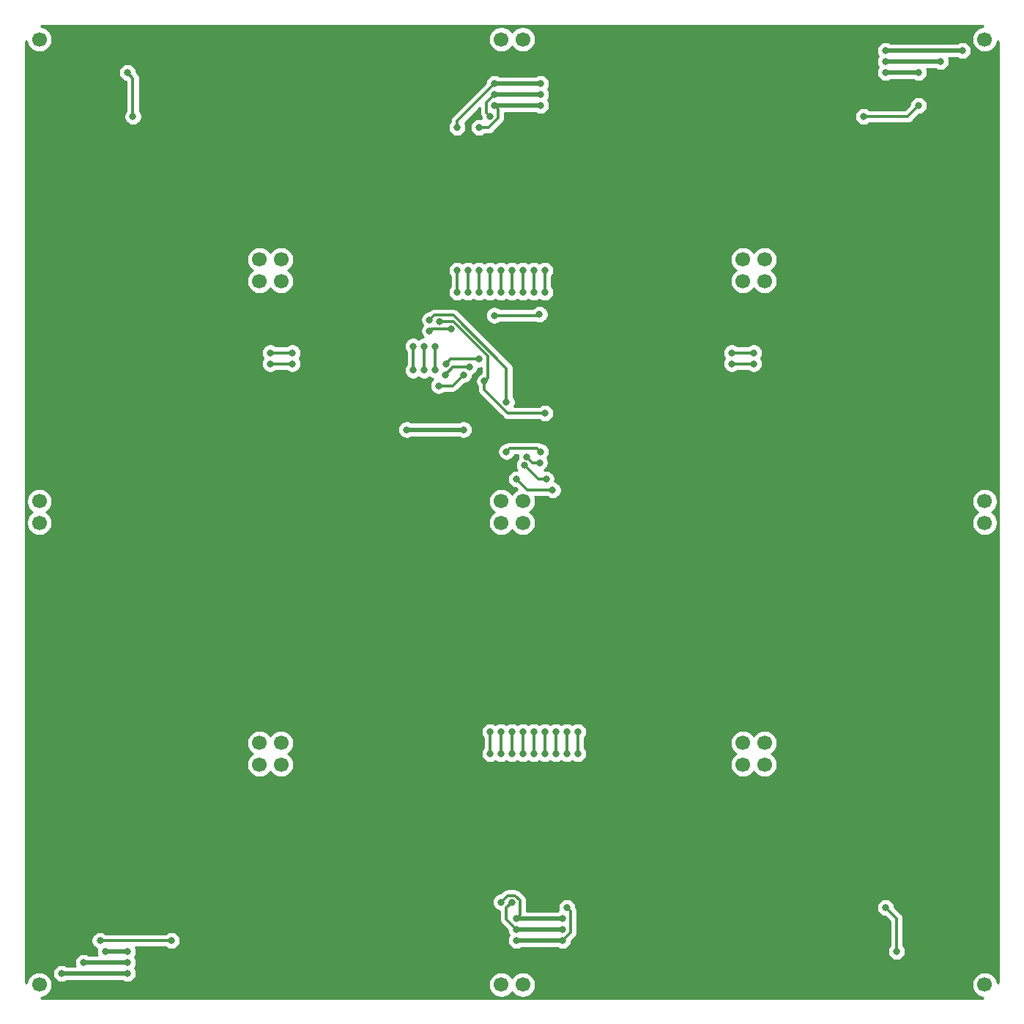
<source format=gbr>
G04 #@! TF.GenerationSoftware,KiCad,Pcbnew,(5.1.5)-3*
G04 #@! TF.CreationDate,2021-04-02T02:22:22+08:00*
G04 #@! TF.ProjectId,FilamentLEDWall,46696c61-6d65-46e7-944c-454457616c6c,rev?*
G04 #@! TF.SameCoordinates,Original*
G04 #@! TF.FileFunction,Copper,L1,Top*
G04 #@! TF.FilePolarity,Positive*
%FSLAX46Y46*%
G04 Gerber Fmt 4.6, Leading zero omitted, Abs format (unit mm)*
G04 Created by KiCad (PCBNEW (5.1.5)-3) date 2021-04-02 02:22:22*
%MOMM*%
%LPD*%
G04 APERTURE LIST*
%ADD10C,1.700000*%
%ADD11C,0.800000*%
%ADD12C,0.500000*%
%ADD13C,0.300000*%
%ADD14C,0.254000*%
G04 APERTURE END LIST*
D10*
X113957922Y-26432078D03*
X88502078Y-51887922D03*
X60562078Y-135707922D03*
X86017922Y-110252078D03*
X169837922Y-135707922D03*
X144382078Y-110252078D03*
X116442078Y-135707922D03*
X141897922Y-110252078D03*
X113957922Y-135707922D03*
X88502078Y-110252078D03*
X169837922Y-82312078D03*
X144382078Y-107767922D03*
X116442078Y-82312078D03*
X141897922Y-107767922D03*
X113957922Y-82312078D03*
X88502078Y-107767922D03*
X60562078Y-82312078D03*
X86017922Y-107767922D03*
X169837922Y-79827922D03*
X144382078Y-54372078D03*
X116442078Y-79827922D03*
X141897922Y-54372078D03*
X113957922Y-79827922D03*
X88502078Y-54372078D03*
X60562078Y-79827922D03*
X86017922Y-54372078D03*
X169837922Y-26432078D03*
X144382078Y-51887922D03*
X116442078Y-26432078D03*
X141897922Y-51887922D03*
X60562078Y-26432078D03*
X86017922Y-51887922D03*
D11*
X65670000Y-27730000D03*
X70750000Y-125520000D03*
X73290000Y-122980000D03*
X75830000Y-120440000D03*
X78370000Y-117900000D03*
X80910000Y-115360000D03*
X83450000Y-112820000D03*
X162190000Y-122980000D03*
X159650000Y-120440000D03*
X157110000Y-117900000D03*
X154570000Y-115360000D03*
X152030000Y-112820000D03*
X149490000Y-110280000D03*
X159650000Y-36620000D03*
X157110000Y-39160000D03*
X154570000Y-41700000D03*
X152030000Y-44240000D03*
X149490000Y-46780000D03*
X146950000Y-49320000D03*
X159650000Y-125520000D03*
X157110000Y-122980000D03*
X154570000Y-120440000D03*
X146950000Y-112820000D03*
X149490000Y-115360000D03*
X85990000Y-115360000D03*
X83450000Y-117900000D03*
X80910000Y-120440000D03*
X78370000Y-122980000D03*
X75830000Y-125520000D03*
X73290000Y-128060000D03*
X152030000Y-117900000D03*
X154570000Y-36620000D03*
X152030000Y-39160000D03*
X149490000Y-41700000D03*
X146950000Y-44240000D03*
X144410000Y-46780000D03*
X83450000Y-49320000D03*
X80910000Y-46780000D03*
X78370000Y-44240000D03*
X75830000Y-41700000D03*
X73290000Y-39160000D03*
X70750000Y-36620000D03*
X68210000Y-39160000D03*
X70750000Y-41700000D03*
X73290000Y-44240000D03*
X75830000Y-46780000D03*
X78370000Y-49320000D03*
X80910000Y-51860000D03*
X106310000Y-44240000D03*
X121550000Y-44240000D03*
X106310000Y-41700000D03*
X106310000Y-46780000D03*
X121550000Y-41700000D03*
X121550000Y-46780000D03*
X91070000Y-51860000D03*
X93610000Y-51860000D03*
X96150000Y-51860000D03*
X98690000Y-51860000D03*
X101230000Y-51860000D03*
X103770000Y-51860000D03*
X106310000Y-51860000D03*
X106310000Y-56940000D03*
X103770000Y-56940000D03*
X101230000Y-56940000D03*
X98690000Y-56940000D03*
X96150000Y-56940000D03*
X93610000Y-56940000D03*
X91070000Y-56940000D03*
X85990000Y-56940000D03*
X85990000Y-59480000D03*
X85990000Y-67100000D03*
X85990000Y-69640000D03*
X85990000Y-72180000D03*
X91070000Y-59480000D03*
X91070000Y-67100000D03*
X91070000Y-69640000D03*
X91070000Y-74720000D03*
X85990000Y-74720000D03*
X85990000Y-77260000D03*
X91070000Y-77260000D03*
X91070000Y-79800000D03*
X85990000Y-79800000D03*
X85990000Y-82340000D03*
X91070000Y-82340000D03*
X85990000Y-84880000D03*
X91070000Y-84880000D03*
X85990000Y-87420000D03*
X91070000Y-87420000D03*
X91070000Y-89960000D03*
X85990000Y-89960000D03*
X85990000Y-92500000D03*
X91070000Y-92500000D03*
X91070000Y-95040000D03*
X85990000Y-95040000D03*
X85990000Y-97580000D03*
X91070000Y-97580000D03*
X91070000Y-100120000D03*
X85990000Y-100120000D03*
X85990000Y-102660000D03*
X91070000Y-102660000D03*
X91070000Y-105200000D03*
X85990000Y-105200000D03*
X91070000Y-110280000D03*
X93610000Y-110280000D03*
X93610000Y-105200000D03*
X96150000Y-105200000D03*
X96150000Y-110280000D03*
X98690000Y-110280000D03*
X101230000Y-105200000D03*
X98690000Y-105200000D03*
X101230000Y-110280000D03*
X103770000Y-105200000D03*
X103770000Y-110280000D03*
X106310000Y-105200000D03*
X106310000Y-110280000D03*
X108850000Y-110280000D03*
X108850000Y-105200000D03*
X111390000Y-105200000D03*
X111390000Y-110280000D03*
X124090000Y-105200000D03*
X126630000Y-105200000D03*
X129170000Y-105200000D03*
X131710000Y-105200000D03*
X131710000Y-105200000D03*
X134250000Y-105200000D03*
X136790000Y-105200000D03*
X139330000Y-105200000D03*
X124090000Y-110280000D03*
X126630000Y-110280000D03*
X129170000Y-110280000D03*
X131710000Y-110280000D03*
X134250000Y-110280000D03*
X136790000Y-110280000D03*
X139330000Y-110280000D03*
X139330000Y-102660000D03*
X139330000Y-100120000D03*
X139330000Y-97580000D03*
X139330000Y-95040000D03*
X139330000Y-92500000D03*
X139330000Y-87420000D03*
X139330000Y-89960000D03*
X139330000Y-84880000D03*
X139330000Y-82340000D03*
X139330000Y-79800000D03*
X139330000Y-77260000D03*
X144410000Y-77260000D03*
X144410000Y-79800000D03*
X144410000Y-82340000D03*
X144410000Y-84880000D03*
X144410000Y-89960000D03*
X144410000Y-92500000D03*
X144410000Y-95040000D03*
X144410000Y-97580000D03*
X144410000Y-102660000D03*
X144410000Y-100120000D03*
X144410000Y-105200000D03*
X144410000Y-87420000D03*
X146950000Y-107740000D03*
X88530000Y-112820000D03*
X144410000Y-74720000D03*
X139330000Y-74720000D03*
X139330000Y-72180000D03*
X139330000Y-69640000D03*
X139330000Y-67100000D03*
X144410000Y-67100000D03*
X144410000Y-69640000D03*
X144410000Y-72180000D03*
X139330000Y-59480000D03*
X139330000Y-56940000D03*
X144410000Y-56940000D03*
X144410000Y-59480000D03*
X141870000Y-49320000D03*
X83450000Y-54400000D03*
X139330000Y-51860000D03*
X121550000Y-56940000D03*
X124090000Y-56940000D03*
X126630000Y-56940000D03*
X129170000Y-56940000D03*
X131710000Y-56940000D03*
X134250000Y-56940000D03*
X136790000Y-56940000D03*
X136790000Y-51860000D03*
X134250000Y-51860000D03*
X131710000Y-51860000D03*
X129170000Y-51860000D03*
X126630000Y-51860000D03*
X124090000Y-51860000D03*
X121550000Y-51860000D03*
X121550000Y-49320000D03*
X106310000Y-49320000D03*
X120280000Y-63290000D03*
X112660000Y-75990000D03*
X111390000Y-74720000D03*
X83450000Y-133140000D03*
X108850000Y-133140000D03*
X126630000Y-133140000D03*
X150760000Y-133140000D03*
X111390000Y-59480000D03*
X157110000Y-34080000D03*
X110120000Y-68370000D03*
X102500000Y-67100000D03*
X102500000Y-69640000D03*
X106310000Y-82340000D03*
X110120000Y-86150000D03*
X124090000Y-86150000D03*
X124090000Y-82340000D03*
X121550000Y-72180000D03*
X110120000Y-29000000D03*
X121550000Y-29000000D03*
X130440000Y-29000000D03*
X148220000Y-29000000D03*
X99960000Y-29000000D03*
X82180000Y-29000000D03*
X164730000Y-72180000D03*
X168540000Y-68370000D03*
X160920000Y-68370000D03*
X160920000Y-55670000D03*
X64654000Y-73704000D03*
X61098000Y-69640000D03*
X125106000Y-123996000D03*
X110882000Y-124504000D03*
X119772000Y-135934000D03*
X110120000Y-25444000D03*
X120788000Y-25444000D03*
X63638000Y-25190000D03*
X167270000Y-25190000D03*
X63638000Y-136950000D03*
X167270000Y-136950000D03*
X109600000Y-71545000D03*
X103020000Y-71545000D03*
X113930000Y-55670000D03*
X113930000Y-53130000D03*
X115200000Y-55670000D03*
X115200000Y-53130000D03*
X116470000Y-55670000D03*
X116470000Y-53130000D03*
X117740000Y-55670000D03*
X117740000Y-53130000D03*
X89800000Y-62655000D03*
X87260000Y-62655000D03*
X140600000Y-62655000D03*
X143140000Y-62655000D03*
X111390000Y-63405000D03*
X107580000Y-63925000D03*
X89800000Y-63925000D03*
X87260000Y-63925000D03*
X110253891Y-64288891D03*
X107465000Y-65195000D03*
X109600000Y-65195000D03*
X106715000Y-66465000D03*
X140600000Y-63925000D03*
X143140000Y-63925000D03*
X116470000Y-109010000D03*
X116470000Y-106470000D03*
X118392079Y-75355000D03*
X117740000Y-109010000D03*
X116896644Y-74703547D03*
X117740000Y-106470000D03*
X119142079Y-77260000D03*
X119010000Y-109010000D03*
X116629256Y-75667148D03*
X119010000Y-106469994D03*
X119892079Y-78530000D03*
X120280000Y-106470000D03*
X120280000Y-109010000D03*
X115719990Y-77260000D03*
X113162168Y-58342832D03*
X118375000Y-58210000D03*
X119010000Y-55670000D03*
X119010000Y-53130000D03*
X108215000Y-59933441D03*
X105675000Y-60115000D03*
X103770000Y-61905000D03*
X103770000Y-64675000D03*
X112660000Y-106470000D03*
X112660000Y-109010000D03*
X75830000Y-130600000D03*
X67590000Y-130600000D03*
X155840000Y-35350000D03*
X162190000Y-34080000D03*
X113180000Y-32810000D03*
X118490000Y-32810000D03*
X158380000Y-29000000D03*
X164730000Y-29000000D03*
X121030000Y-129330000D03*
X115720000Y-129330000D03*
X65670000Y-133140000D03*
X112660000Y-55670000D03*
X112660000Y-53130000D03*
X112660000Y-35350000D03*
X106310000Y-61905000D03*
X106310000Y-64675000D03*
X115200000Y-106470000D03*
X115200000Y-109010000D03*
X115200000Y-126155000D03*
X70750000Y-133140000D03*
X113180000Y-31540000D03*
X118490000Y-31540000D03*
X158380000Y-27730000D03*
X167270000Y-27730000D03*
X121030000Y-130600000D03*
X115720000Y-130600000D03*
X70750000Y-134410000D03*
X63130000Y-134410000D03*
X108850000Y-36620000D03*
X108850000Y-53130000D03*
X108850000Y-55670000D03*
X105675000Y-58845000D03*
X114565000Y-68370000D03*
X114565000Y-74085000D03*
X118490000Y-74085000D03*
X121550000Y-106470000D03*
X121550000Y-109010000D03*
X121550000Y-126790000D03*
X113180000Y-34080000D03*
X118490000Y-34080000D03*
X158380000Y-30270000D03*
X162190000Y-30270000D03*
X121030000Y-128060000D03*
X115720000Y-128060000D03*
X68210000Y-131870000D03*
X111390000Y-55670000D03*
X111390000Y-53130000D03*
X111390000Y-36620000D03*
X105040000Y-61905000D03*
X105040000Y-64675000D03*
X113930000Y-106470000D03*
X113930000Y-109010000D03*
X113930000Y-126155000D03*
X70750000Y-131870000D03*
X112025000Y-65945000D03*
X106822949Y-59061390D03*
X110120000Y-55670000D03*
X110120000Y-53130000D03*
X71385000Y-35350000D03*
X70750000Y-30270000D03*
X159650000Y-131870000D03*
X158380000Y-126790000D03*
X122820000Y-109010000D03*
X122820000Y-106470000D03*
X119010000Y-69640000D03*
D12*
X109600000Y-71545000D02*
X103020000Y-71545000D01*
D13*
X113930000Y-55670000D02*
X113930000Y-53130000D01*
X115200000Y-55670000D02*
X115200000Y-53130000D01*
X116470000Y-55670000D02*
X116470000Y-53130000D01*
X117740000Y-55670000D02*
X117740000Y-53130000D01*
X89800000Y-62655000D02*
X87260000Y-62655000D01*
X140600000Y-62655000D02*
X143140000Y-62655000D01*
X111390000Y-63405000D02*
X108100000Y-63405000D01*
X108100000Y-63405000D02*
X107580000Y-63925000D01*
X89800000Y-63925000D02*
X87260000Y-63925000D01*
X110253891Y-64288891D02*
X108371109Y-64288891D01*
X108371109Y-64288891D02*
X107465000Y-65195000D01*
X109600000Y-65195000D02*
X108330000Y-66465000D01*
X108330000Y-66465000D02*
X106715000Y-66465000D01*
X140600000Y-63925000D02*
X143140000Y-63925000D01*
X116470000Y-109010000D02*
X116470000Y-106470000D01*
X118392079Y-75355000D02*
X117548097Y-75355000D01*
X117548097Y-75355000D02*
X116896644Y-74703547D01*
X117740000Y-109010000D02*
X117740000Y-106470000D01*
X119142079Y-77260000D02*
X118222108Y-77260000D01*
X118222108Y-77260000D02*
X116629256Y-75667148D01*
X119010000Y-109010000D02*
X119010000Y-106469994D01*
X120280000Y-106470000D02*
X120280000Y-109010000D01*
X119892079Y-78530000D02*
X116989990Y-78530000D01*
X116989990Y-78530000D02*
X115719990Y-77260000D01*
X113162168Y-58342832D02*
X118242168Y-58342832D01*
X118242168Y-58342832D02*
X118375000Y-58210000D01*
X119010000Y-55670000D02*
X119010000Y-53130000D01*
X108215000Y-59933441D02*
X105856559Y-59933441D01*
X105856559Y-59933441D02*
X105675000Y-60115000D01*
X103770000Y-61905000D02*
X103770000Y-64675000D01*
X112660000Y-106470000D02*
X112660000Y-109010000D01*
X75830000Y-130600000D02*
X67590000Y-130600000D01*
X155840000Y-35350000D02*
X160920000Y-35350000D01*
X160920000Y-35350000D02*
X162190000Y-34080000D01*
D12*
X113180000Y-32810000D02*
X118490000Y-32810000D01*
X158380000Y-29000000D02*
X164730000Y-29000000D01*
X121030000Y-129330000D02*
X116990000Y-129330000D01*
X116990000Y-129330000D02*
X115720000Y-129330000D01*
D13*
X112660000Y-55670000D02*
X112660000Y-53130000D01*
X112780001Y-33209999D02*
X113180000Y-32810000D01*
X112260001Y-33729999D02*
X112780001Y-33209999D01*
X112660000Y-35350000D02*
X112260001Y-34950001D01*
X112260001Y-34950001D02*
X112260001Y-33729999D01*
X106310000Y-61905000D02*
X106310000Y-64675000D01*
X115200000Y-106470000D02*
X115200000Y-109010000D01*
X115200000Y-126155000D02*
X114565000Y-126790000D01*
X114565000Y-128175000D02*
X115720000Y-129330000D01*
X114565000Y-126790000D02*
X114565000Y-128175000D01*
D12*
X70750000Y-133140000D02*
X65670000Y-133140000D01*
X113180000Y-31540000D02*
X118490000Y-31540000D01*
X158380000Y-27730000D02*
X167270000Y-27730000D01*
X121030000Y-130600000D02*
X116990000Y-130600000D01*
X116990000Y-130600000D02*
X115720000Y-130600000D01*
X70750000Y-134410000D02*
X63130000Y-134410000D01*
D13*
X113180000Y-31540000D02*
X108850000Y-35870000D01*
X108850000Y-35870000D02*
X108850000Y-36620000D01*
X108850000Y-53130000D02*
X108850000Y-55670000D01*
X114565000Y-64466319D02*
X114565000Y-68370000D01*
X108410070Y-58311389D02*
X114565000Y-64466319D01*
X105675000Y-58845000D02*
X106208611Y-58311389D01*
X106208611Y-58311389D02*
X108410070Y-58311389D01*
X118090001Y-73685001D02*
X118490000Y-74085000D01*
X114565000Y-74085000D02*
X114964999Y-73685001D01*
X114964999Y-73685001D02*
X118090001Y-73685001D01*
X121550000Y-106470000D02*
X121550000Y-109010000D01*
X121429999Y-130200001D02*
X121030000Y-130600000D01*
X121949999Y-129680001D02*
X121429999Y-130200001D01*
X121550000Y-126790000D02*
X121949999Y-127189999D01*
X121949999Y-127189999D02*
X121949999Y-129680001D01*
D12*
X113180000Y-34080000D02*
X118490000Y-34080000D01*
X158380000Y-30270000D02*
X162190000Y-30270000D01*
X121030000Y-128060000D02*
X116990000Y-128060000D01*
X116990000Y-128060000D02*
X115720000Y-128060000D01*
D13*
X111390000Y-55670000D02*
X111390000Y-53130000D01*
X113579999Y-34479999D02*
X113180000Y-34080000D01*
X111390000Y-36620000D02*
X112500002Y-36620000D01*
X113579999Y-35540003D02*
X113579999Y-34479999D01*
X112500002Y-36620000D02*
X113579999Y-35540003D01*
X105040000Y-61905000D02*
X105040000Y-64675000D01*
X113930000Y-106470000D02*
X113930000Y-109010000D01*
X116119999Y-127660001D02*
X115720000Y-128060000D01*
X116119999Y-125964997D02*
X116119999Y-127660001D01*
X113930000Y-126155000D02*
X114680001Y-125404999D01*
X115560001Y-125404999D02*
X116119999Y-125964997D01*
X114680001Y-125404999D02*
X115560001Y-125404999D01*
D12*
X70750000Y-131870000D02*
X68210000Y-131870000D01*
D13*
X112025000Y-65945000D02*
X112424999Y-65545001D01*
X108452951Y-59061390D02*
X106822949Y-59061390D01*
X112424999Y-63033438D02*
X108452951Y-59061390D01*
X112424999Y-65545001D02*
X112424999Y-63033438D01*
X110120000Y-55670000D02*
X110120000Y-53130000D01*
X71385000Y-35350000D02*
X71385000Y-30905000D01*
X71385000Y-30905000D02*
X70750000Y-30270000D01*
X159650000Y-131870000D02*
X159650000Y-128060000D01*
X159650000Y-128060000D02*
X158380000Y-126790000D01*
X122820000Y-109010000D02*
X122820000Y-106470000D01*
X112025000Y-66510685D02*
X112025000Y-65945000D01*
X112025000Y-66940002D02*
X112025000Y-66510685D01*
X119010000Y-69640000D02*
X114724998Y-69640000D01*
X114724998Y-69640000D02*
X112025000Y-66940002D01*
D14*
G36*
X169656660Y-24954040D02*
G01*
X169404764Y-25004146D01*
X169134511Y-25116088D01*
X168891290Y-25278603D01*
X168684447Y-25485446D01*
X168521932Y-25728667D01*
X168409990Y-25998920D01*
X168352922Y-26285818D01*
X168352922Y-26578338D01*
X168409990Y-26865236D01*
X168521932Y-27135489D01*
X168684447Y-27378710D01*
X168891290Y-27585553D01*
X169134511Y-27748068D01*
X169404764Y-27860010D01*
X169691662Y-27917078D01*
X169984182Y-27917078D01*
X170271080Y-27860010D01*
X170541333Y-27748068D01*
X170784554Y-27585553D01*
X170991397Y-27378710D01*
X171153912Y-27135489D01*
X171265854Y-26865236D01*
X171315960Y-26613340D01*
X171436000Y-26733381D01*
X171436001Y-135406618D01*
X171315960Y-135526660D01*
X171265854Y-135274764D01*
X171153912Y-135004511D01*
X170991397Y-134761290D01*
X170784554Y-134554447D01*
X170541333Y-134391932D01*
X170271080Y-134279990D01*
X169984182Y-134222922D01*
X169691662Y-134222922D01*
X169404764Y-134279990D01*
X169134511Y-134391932D01*
X168891290Y-134554447D01*
X168684447Y-134761290D01*
X168521932Y-135004511D01*
X168409990Y-135274764D01*
X168352922Y-135561662D01*
X168352922Y-135854182D01*
X168409990Y-136141080D01*
X168521932Y-136411333D01*
X168684447Y-136654554D01*
X168891290Y-136861397D01*
X169134511Y-137023912D01*
X169404764Y-137135854D01*
X169656660Y-137185960D01*
X169536620Y-137306000D01*
X60863381Y-137306000D01*
X60743340Y-137185960D01*
X60995236Y-137135854D01*
X61265489Y-137023912D01*
X61508710Y-136861397D01*
X61715553Y-136654554D01*
X61878068Y-136411333D01*
X61990010Y-136141080D01*
X62047078Y-135854182D01*
X62047078Y-135561662D01*
X112472922Y-135561662D01*
X112472922Y-135854182D01*
X112529990Y-136141080D01*
X112641932Y-136411333D01*
X112804447Y-136654554D01*
X113011290Y-136861397D01*
X113254511Y-137023912D01*
X113524764Y-137135854D01*
X113811662Y-137192922D01*
X114104182Y-137192922D01*
X114391080Y-137135854D01*
X114661333Y-137023912D01*
X114904554Y-136861397D01*
X115111397Y-136654554D01*
X115200000Y-136521950D01*
X115288603Y-136654554D01*
X115495446Y-136861397D01*
X115738667Y-137023912D01*
X116008920Y-137135854D01*
X116295818Y-137192922D01*
X116588338Y-137192922D01*
X116875236Y-137135854D01*
X117145489Y-137023912D01*
X117388710Y-136861397D01*
X117595553Y-136654554D01*
X117758068Y-136411333D01*
X117870010Y-136141080D01*
X117927078Y-135854182D01*
X117927078Y-135561662D01*
X117870010Y-135274764D01*
X117758068Y-135004511D01*
X117595553Y-134761290D01*
X117388710Y-134554447D01*
X117145489Y-134391932D01*
X116875236Y-134279990D01*
X116588338Y-134222922D01*
X116295818Y-134222922D01*
X116008920Y-134279990D01*
X115738667Y-134391932D01*
X115495446Y-134554447D01*
X115288603Y-134761290D01*
X115200000Y-134893894D01*
X115111397Y-134761290D01*
X114904554Y-134554447D01*
X114661333Y-134391932D01*
X114391080Y-134279990D01*
X114104182Y-134222922D01*
X113811662Y-134222922D01*
X113524764Y-134279990D01*
X113254511Y-134391932D01*
X113011290Y-134554447D01*
X112804447Y-134761290D01*
X112641932Y-135004511D01*
X112529990Y-135274764D01*
X112472922Y-135561662D01*
X62047078Y-135561662D01*
X61990010Y-135274764D01*
X61878068Y-135004511D01*
X61715553Y-134761290D01*
X61508710Y-134554447D01*
X61265489Y-134391932D01*
X61063006Y-134308061D01*
X62095000Y-134308061D01*
X62095000Y-134511939D01*
X62134774Y-134711898D01*
X62212795Y-134900256D01*
X62326063Y-135069774D01*
X62470226Y-135213937D01*
X62639744Y-135327205D01*
X62828102Y-135405226D01*
X63028061Y-135445000D01*
X63231939Y-135445000D01*
X63431898Y-135405226D01*
X63620256Y-135327205D01*
X63668454Y-135295000D01*
X70211546Y-135295000D01*
X70259744Y-135327205D01*
X70448102Y-135405226D01*
X70648061Y-135445000D01*
X70851939Y-135445000D01*
X71051898Y-135405226D01*
X71240256Y-135327205D01*
X71409774Y-135213937D01*
X71553937Y-135069774D01*
X71667205Y-134900256D01*
X71745226Y-134711898D01*
X71785000Y-134511939D01*
X71785000Y-134308061D01*
X71745226Y-134108102D01*
X71667205Y-133919744D01*
X71570490Y-133775000D01*
X71667205Y-133630256D01*
X71745226Y-133441898D01*
X71785000Y-133241939D01*
X71785000Y-133038061D01*
X71745226Y-132838102D01*
X71667205Y-132649744D01*
X71570490Y-132505000D01*
X71667205Y-132360256D01*
X71745226Y-132171898D01*
X71785000Y-131971939D01*
X71785000Y-131768061D01*
X71745226Y-131568102D01*
X71669382Y-131385000D01*
X75151289Y-131385000D01*
X75170226Y-131403937D01*
X75339744Y-131517205D01*
X75528102Y-131595226D01*
X75728061Y-131635000D01*
X75931939Y-131635000D01*
X76131898Y-131595226D01*
X76320256Y-131517205D01*
X76489774Y-131403937D01*
X76633937Y-131259774D01*
X76747205Y-131090256D01*
X76825226Y-130901898D01*
X76865000Y-130701939D01*
X76865000Y-130498061D01*
X76825226Y-130298102D01*
X76747205Y-130109744D01*
X76633937Y-129940226D01*
X76489774Y-129796063D01*
X76320256Y-129682795D01*
X76131898Y-129604774D01*
X75931939Y-129565000D01*
X75728061Y-129565000D01*
X75528102Y-129604774D01*
X75339744Y-129682795D01*
X75170226Y-129796063D01*
X75151289Y-129815000D01*
X68268711Y-129815000D01*
X68249774Y-129796063D01*
X68080256Y-129682795D01*
X67891898Y-129604774D01*
X67691939Y-129565000D01*
X67488061Y-129565000D01*
X67288102Y-129604774D01*
X67099744Y-129682795D01*
X66930226Y-129796063D01*
X66786063Y-129940226D01*
X66672795Y-130109744D01*
X66594774Y-130298102D01*
X66555000Y-130498061D01*
X66555000Y-130701939D01*
X66594774Y-130901898D01*
X66672795Y-131090256D01*
X66786063Y-131259774D01*
X66930226Y-131403937D01*
X67099744Y-131517205D01*
X67215923Y-131565328D01*
X67214774Y-131568102D01*
X67175000Y-131768061D01*
X67175000Y-131971939D01*
X67214774Y-132171898D01*
X67249196Y-132255000D01*
X66208454Y-132255000D01*
X66160256Y-132222795D01*
X65971898Y-132144774D01*
X65771939Y-132105000D01*
X65568061Y-132105000D01*
X65368102Y-132144774D01*
X65179744Y-132222795D01*
X65010226Y-132336063D01*
X64866063Y-132480226D01*
X64752795Y-132649744D01*
X64674774Y-132838102D01*
X64635000Y-133038061D01*
X64635000Y-133241939D01*
X64674774Y-133441898D01*
X64709196Y-133525000D01*
X63668454Y-133525000D01*
X63620256Y-133492795D01*
X63431898Y-133414774D01*
X63231939Y-133375000D01*
X63028061Y-133375000D01*
X62828102Y-133414774D01*
X62639744Y-133492795D01*
X62470226Y-133606063D01*
X62326063Y-133750226D01*
X62212795Y-133919744D01*
X62134774Y-134108102D01*
X62095000Y-134308061D01*
X61063006Y-134308061D01*
X60995236Y-134279990D01*
X60708338Y-134222922D01*
X60415818Y-134222922D01*
X60128920Y-134279990D01*
X59858667Y-134391932D01*
X59615446Y-134554447D01*
X59408603Y-134761290D01*
X59246088Y-135004511D01*
X59134146Y-135274764D01*
X59084040Y-135526660D01*
X58964000Y-135406620D01*
X58964000Y-126053061D01*
X112895000Y-126053061D01*
X112895000Y-126256939D01*
X112934774Y-126456898D01*
X113012795Y-126645256D01*
X113126063Y-126814774D01*
X113270226Y-126958937D01*
X113439744Y-127072205D01*
X113628102Y-127150226D01*
X113780000Y-127180440D01*
X113780001Y-128136438D01*
X113776203Y-128175000D01*
X113791359Y-128328886D01*
X113836246Y-128476859D01*
X113836247Y-128476860D01*
X113909139Y-128613233D01*
X113912858Y-128617764D01*
X113982655Y-128702812D01*
X113982659Y-128702816D01*
X114007237Y-128732764D01*
X114037185Y-128757342D01*
X114685000Y-129405157D01*
X114685000Y-129431939D01*
X114724774Y-129631898D01*
X114802795Y-129820256D01*
X114899510Y-129965000D01*
X114802795Y-130109744D01*
X114724774Y-130298102D01*
X114685000Y-130498061D01*
X114685000Y-130701939D01*
X114724774Y-130901898D01*
X114802795Y-131090256D01*
X114916063Y-131259774D01*
X115060226Y-131403937D01*
X115229744Y-131517205D01*
X115418102Y-131595226D01*
X115618061Y-131635000D01*
X115821939Y-131635000D01*
X116021898Y-131595226D01*
X116210256Y-131517205D01*
X116258454Y-131485000D01*
X120491546Y-131485000D01*
X120539744Y-131517205D01*
X120728102Y-131595226D01*
X120928061Y-131635000D01*
X121131939Y-131635000D01*
X121331898Y-131595226D01*
X121520256Y-131517205D01*
X121689774Y-131403937D01*
X121833937Y-131259774D01*
X121947205Y-131090256D01*
X122025226Y-130901898D01*
X122065000Y-130701939D01*
X122065000Y-130675157D01*
X122477809Y-130262348D01*
X122507763Y-130237765D01*
X122605861Y-130118234D01*
X122678753Y-129981861D01*
X122723640Y-129833888D01*
X122734999Y-129718562D01*
X122734999Y-129718555D01*
X122738796Y-129680002D01*
X122734999Y-129641449D01*
X122734999Y-127228551D01*
X122738796Y-127189998D01*
X122734999Y-127151445D01*
X122734999Y-127151438D01*
X122723640Y-127036112D01*
X122678753Y-126888139D01*
X122605861Y-126751766D01*
X122585000Y-126726347D01*
X122585000Y-126688061D01*
X157345000Y-126688061D01*
X157345000Y-126891939D01*
X157384774Y-127091898D01*
X157462795Y-127280256D01*
X157576063Y-127449774D01*
X157720226Y-127593937D01*
X157889744Y-127707205D01*
X158078102Y-127785226D01*
X158278061Y-127825000D01*
X158304843Y-127825000D01*
X158865001Y-128385159D01*
X158865000Y-131191289D01*
X158846063Y-131210226D01*
X158732795Y-131379744D01*
X158654774Y-131568102D01*
X158615000Y-131768061D01*
X158615000Y-131971939D01*
X158654774Y-132171898D01*
X158732795Y-132360256D01*
X158846063Y-132529774D01*
X158990226Y-132673937D01*
X159159744Y-132787205D01*
X159348102Y-132865226D01*
X159548061Y-132905000D01*
X159751939Y-132905000D01*
X159951898Y-132865226D01*
X160140256Y-132787205D01*
X160309774Y-132673937D01*
X160453937Y-132529774D01*
X160567205Y-132360256D01*
X160645226Y-132171898D01*
X160685000Y-131971939D01*
X160685000Y-131768061D01*
X160645226Y-131568102D01*
X160567205Y-131379744D01*
X160453937Y-131210226D01*
X160435000Y-131191289D01*
X160435000Y-128098552D01*
X160438797Y-128059999D01*
X160435000Y-128021446D01*
X160435000Y-128021439D01*
X160423641Y-127906113D01*
X160378754Y-127758140D01*
X160305862Y-127621767D01*
X160256450Y-127561559D01*
X160232345Y-127532187D01*
X160232342Y-127532184D01*
X160207764Y-127502236D01*
X160177815Y-127477658D01*
X159415000Y-126714843D01*
X159415000Y-126688061D01*
X159375226Y-126488102D01*
X159297205Y-126299744D01*
X159183937Y-126130226D01*
X159039774Y-125986063D01*
X158870256Y-125872795D01*
X158681898Y-125794774D01*
X158481939Y-125755000D01*
X158278061Y-125755000D01*
X158078102Y-125794774D01*
X157889744Y-125872795D01*
X157720226Y-125986063D01*
X157576063Y-126130226D01*
X157462795Y-126299744D01*
X157384774Y-126488102D01*
X157345000Y-126688061D01*
X122585000Y-126688061D01*
X122545226Y-126488102D01*
X122467205Y-126299744D01*
X122353937Y-126130226D01*
X122209774Y-125986063D01*
X122040256Y-125872795D01*
X121851898Y-125794774D01*
X121651939Y-125755000D01*
X121448061Y-125755000D01*
X121248102Y-125794774D01*
X121059744Y-125872795D01*
X120890226Y-125986063D01*
X120746063Y-126130226D01*
X120632795Y-126299744D01*
X120554774Y-126488102D01*
X120515000Y-126688061D01*
X120515000Y-126891939D01*
X120554774Y-127091898D01*
X120570568Y-127130027D01*
X120539744Y-127142795D01*
X120491546Y-127175000D01*
X116904999Y-127175000D01*
X116904999Y-126003553D01*
X116908796Y-125964997D01*
X116904999Y-125926437D01*
X116904999Y-125926436D01*
X116896804Y-125843231D01*
X116893641Y-125811110D01*
X116848753Y-125663137D01*
X116829538Y-125627188D01*
X116775861Y-125526764D01*
X116677763Y-125407233D01*
X116647810Y-125382651D01*
X116142348Y-124877189D01*
X116117765Y-124847235D01*
X115998234Y-124749137D01*
X115861861Y-124676245D01*
X115713888Y-124631358D01*
X115598562Y-124619999D01*
X115598554Y-124619999D01*
X115560001Y-124616202D01*
X115521448Y-124619999D01*
X114718557Y-124619999D01*
X114680001Y-124616202D01*
X114641445Y-124619999D01*
X114641440Y-124619999D01*
X114601027Y-124623979D01*
X114526114Y-124631357D01*
X114378141Y-124676245D01*
X114241768Y-124749137D01*
X114122237Y-124847235D01*
X114097654Y-124877189D01*
X113854843Y-125120000D01*
X113828061Y-125120000D01*
X113628102Y-125159774D01*
X113439744Y-125237795D01*
X113270226Y-125351063D01*
X113126063Y-125495226D01*
X113012795Y-125664744D01*
X112934774Y-125853102D01*
X112895000Y-126053061D01*
X58964000Y-126053061D01*
X58964000Y-107621662D01*
X84532922Y-107621662D01*
X84532922Y-107914182D01*
X84589990Y-108201080D01*
X84701932Y-108471333D01*
X84864447Y-108714554D01*
X85071290Y-108921397D01*
X85203894Y-109010000D01*
X85071290Y-109098603D01*
X84864447Y-109305446D01*
X84701932Y-109548667D01*
X84589990Y-109818920D01*
X84532922Y-110105818D01*
X84532922Y-110398338D01*
X84589990Y-110685236D01*
X84701932Y-110955489D01*
X84864447Y-111198710D01*
X85071290Y-111405553D01*
X85314511Y-111568068D01*
X85584764Y-111680010D01*
X85871662Y-111737078D01*
X86164182Y-111737078D01*
X86451080Y-111680010D01*
X86721333Y-111568068D01*
X86964554Y-111405553D01*
X87171397Y-111198710D01*
X87260000Y-111066106D01*
X87348603Y-111198710D01*
X87555446Y-111405553D01*
X87798667Y-111568068D01*
X88068920Y-111680010D01*
X88355818Y-111737078D01*
X88648338Y-111737078D01*
X88935236Y-111680010D01*
X89205489Y-111568068D01*
X89448710Y-111405553D01*
X89655553Y-111198710D01*
X89818068Y-110955489D01*
X89930010Y-110685236D01*
X89987078Y-110398338D01*
X89987078Y-110105818D01*
X89930010Y-109818920D01*
X89818068Y-109548667D01*
X89655553Y-109305446D01*
X89448710Y-109098603D01*
X89316106Y-109010000D01*
X89448710Y-108921397D01*
X89655553Y-108714554D01*
X89818068Y-108471333D01*
X89930010Y-108201080D01*
X89987078Y-107914182D01*
X89987078Y-107621662D01*
X89930010Y-107334764D01*
X89818068Y-107064511D01*
X89655553Y-106821290D01*
X89448710Y-106614447D01*
X89205489Y-106451932D01*
X89003006Y-106368061D01*
X111625000Y-106368061D01*
X111625000Y-106571939D01*
X111664774Y-106771898D01*
X111742795Y-106960256D01*
X111856063Y-107129774D01*
X111875000Y-107148711D01*
X111875001Y-108331288D01*
X111856063Y-108350226D01*
X111742795Y-108519744D01*
X111664774Y-108708102D01*
X111625000Y-108908061D01*
X111625000Y-109111939D01*
X111664774Y-109311898D01*
X111742795Y-109500256D01*
X111856063Y-109669774D01*
X112000226Y-109813937D01*
X112169744Y-109927205D01*
X112358102Y-110005226D01*
X112558061Y-110045000D01*
X112761939Y-110045000D01*
X112961898Y-110005226D01*
X113150256Y-109927205D01*
X113295000Y-109830490D01*
X113439744Y-109927205D01*
X113628102Y-110005226D01*
X113828061Y-110045000D01*
X114031939Y-110045000D01*
X114231898Y-110005226D01*
X114420256Y-109927205D01*
X114565000Y-109830490D01*
X114709744Y-109927205D01*
X114898102Y-110005226D01*
X115098061Y-110045000D01*
X115301939Y-110045000D01*
X115501898Y-110005226D01*
X115690256Y-109927205D01*
X115835000Y-109830490D01*
X115979744Y-109927205D01*
X116168102Y-110005226D01*
X116368061Y-110045000D01*
X116571939Y-110045000D01*
X116771898Y-110005226D01*
X116960256Y-109927205D01*
X117105000Y-109830490D01*
X117249744Y-109927205D01*
X117438102Y-110005226D01*
X117638061Y-110045000D01*
X117841939Y-110045000D01*
X118041898Y-110005226D01*
X118230256Y-109927205D01*
X118375000Y-109830490D01*
X118519744Y-109927205D01*
X118708102Y-110005226D01*
X118908061Y-110045000D01*
X119111939Y-110045000D01*
X119311898Y-110005226D01*
X119500256Y-109927205D01*
X119645000Y-109830490D01*
X119789744Y-109927205D01*
X119978102Y-110005226D01*
X120178061Y-110045000D01*
X120381939Y-110045000D01*
X120581898Y-110005226D01*
X120770256Y-109927205D01*
X120915000Y-109830490D01*
X121059744Y-109927205D01*
X121248102Y-110005226D01*
X121448061Y-110045000D01*
X121651939Y-110045000D01*
X121851898Y-110005226D01*
X122040256Y-109927205D01*
X122185000Y-109830490D01*
X122329744Y-109927205D01*
X122518102Y-110005226D01*
X122718061Y-110045000D01*
X122921939Y-110045000D01*
X123121898Y-110005226D01*
X123310256Y-109927205D01*
X123479774Y-109813937D01*
X123623937Y-109669774D01*
X123737205Y-109500256D01*
X123815226Y-109311898D01*
X123855000Y-109111939D01*
X123855000Y-108908061D01*
X123815226Y-108708102D01*
X123737205Y-108519744D01*
X123623937Y-108350226D01*
X123605000Y-108331289D01*
X123605000Y-107621662D01*
X140412922Y-107621662D01*
X140412922Y-107914182D01*
X140469990Y-108201080D01*
X140581932Y-108471333D01*
X140744447Y-108714554D01*
X140951290Y-108921397D01*
X141083894Y-109010000D01*
X140951290Y-109098603D01*
X140744447Y-109305446D01*
X140581932Y-109548667D01*
X140469990Y-109818920D01*
X140412922Y-110105818D01*
X140412922Y-110398338D01*
X140469990Y-110685236D01*
X140581932Y-110955489D01*
X140744447Y-111198710D01*
X140951290Y-111405553D01*
X141194511Y-111568068D01*
X141464764Y-111680010D01*
X141751662Y-111737078D01*
X142044182Y-111737078D01*
X142331080Y-111680010D01*
X142601333Y-111568068D01*
X142844554Y-111405553D01*
X143051397Y-111198710D01*
X143140000Y-111066106D01*
X143228603Y-111198710D01*
X143435446Y-111405553D01*
X143678667Y-111568068D01*
X143948920Y-111680010D01*
X144235818Y-111737078D01*
X144528338Y-111737078D01*
X144815236Y-111680010D01*
X145085489Y-111568068D01*
X145328710Y-111405553D01*
X145535553Y-111198710D01*
X145698068Y-110955489D01*
X145810010Y-110685236D01*
X145867078Y-110398338D01*
X145867078Y-110105818D01*
X145810010Y-109818920D01*
X145698068Y-109548667D01*
X145535553Y-109305446D01*
X145328710Y-109098603D01*
X145196106Y-109010000D01*
X145328710Y-108921397D01*
X145535553Y-108714554D01*
X145698068Y-108471333D01*
X145810010Y-108201080D01*
X145867078Y-107914182D01*
X145867078Y-107621662D01*
X145810010Y-107334764D01*
X145698068Y-107064511D01*
X145535553Y-106821290D01*
X145328710Y-106614447D01*
X145085489Y-106451932D01*
X144815236Y-106339990D01*
X144528338Y-106282922D01*
X144235818Y-106282922D01*
X143948920Y-106339990D01*
X143678667Y-106451932D01*
X143435446Y-106614447D01*
X143228603Y-106821290D01*
X143140000Y-106953894D01*
X143051397Y-106821290D01*
X142844554Y-106614447D01*
X142601333Y-106451932D01*
X142331080Y-106339990D01*
X142044182Y-106282922D01*
X141751662Y-106282922D01*
X141464764Y-106339990D01*
X141194511Y-106451932D01*
X140951290Y-106614447D01*
X140744447Y-106821290D01*
X140581932Y-107064511D01*
X140469990Y-107334764D01*
X140412922Y-107621662D01*
X123605000Y-107621662D01*
X123605000Y-107148711D01*
X123623937Y-107129774D01*
X123737205Y-106960256D01*
X123815226Y-106771898D01*
X123855000Y-106571939D01*
X123855000Y-106368061D01*
X123815226Y-106168102D01*
X123737205Y-105979744D01*
X123623937Y-105810226D01*
X123479774Y-105666063D01*
X123310256Y-105552795D01*
X123121898Y-105474774D01*
X122921939Y-105435000D01*
X122718061Y-105435000D01*
X122518102Y-105474774D01*
X122329744Y-105552795D01*
X122185000Y-105649510D01*
X122040256Y-105552795D01*
X121851898Y-105474774D01*
X121651939Y-105435000D01*
X121448061Y-105435000D01*
X121248102Y-105474774D01*
X121059744Y-105552795D01*
X120915000Y-105649510D01*
X120770256Y-105552795D01*
X120581898Y-105474774D01*
X120381939Y-105435000D01*
X120178061Y-105435000D01*
X119978102Y-105474774D01*
X119789744Y-105552795D01*
X119645004Y-105649507D01*
X119500256Y-105552789D01*
X119311898Y-105474768D01*
X119111939Y-105434994D01*
X118908061Y-105434994D01*
X118708102Y-105474768D01*
X118519744Y-105552789D01*
X118374996Y-105649507D01*
X118230256Y-105552795D01*
X118041898Y-105474774D01*
X117841939Y-105435000D01*
X117638061Y-105435000D01*
X117438102Y-105474774D01*
X117249744Y-105552795D01*
X117105000Y-105649510D01*
X116960256Y-105552795D01*
X116771898Y-105474774D01*
X116571939Y-105435000D01*
X116368061Y-105435000D01*
X116168102Y-105474774D01*
X115979744Y-105552795D01*
X115835000Y-105649510D01*
X115690256Y-105552795D01*
X115501898Y-105474774D01*
X115301939Y-105435000D01*
X115098061Y-105435000D01*
X114898102Y-105474774D01*
X114709744Y-105552795D01*
X114565000Y-105649510D01*
X114420256Y-105552795D01*
X114231898Y-105474774D01*
X114031939Y-105435000D01*
X113828061Y-105435000D01*
X113628102Y-105474774D01*
X113439744Y-105552795D01*
X113295000Y-105649510D01*
X113150256Y-105552795D01*
X112961898Y-105474774D01*
X112761939Y-105435000D01*
X112558061Y-105435000D01*
X112358102Y-105474774D01*
X112169744Y-105552795D01*
X112000226Y-105666063D01*
X111856063Y-105810226D01*
X111742795Y-105979744D01*
X111664774Y-106168102D01*
X111625000Y-106368061D01*
X89003006Y-106368061D01*
X88935236Y-106339990D01*
X88648338Y-106282922D01*
X88355818Y-106282922D01*
X88068920Y-106339990D01*
X87798667Y-106451932D01*
X87555446Y-106614447D01*
X87348603Y-106821290D01*
X87260000Y-106953894D01*
X87171397Y-106821290D01*
X86964554Y-106614447D01*
X86721333Y-106451932D01*
X86451080Y-106339990D01*
X86164182Y-106282922D01*
X85871662Y-106282922D01*
X85584764Y-106339990D01*
X85314511Y-106451932D01*
X85071290Y-106614447D01*
X84864447Y-106821290D01*
X84701932Y-107064511D01*
X84589990Y-107334764D01*
X84532922Y-107621662D01*
X58964000Y-107621662D01*
X58964000Y-79681662D01*
X59077078Y-79681662D01*
X59077078Y-79974182D01*
X59134146Y-80261080D01*
X59246088Y-80531333D01*
X59408603Y-80774554D01*
X59615446Y-80981397D01*
X59748050Y-81070000D01*
X59615446Y-81158603D01*
X59408603Y-81365446D01*
X59246088Y-81608667D01*
X59134146Y-81878920D01*
X59077078Y-82165818D01*
X59077078Y-82458338D01*
X59134146Y-82745236D01*
X59246088Y-83015489D01*
X59408603Y-83258710D01*
X59615446Y-83465553D01*
X59858667Y-83628068D01*
X60128920Y-83740010D01*
X60415818Y-83797078D01*
X60708338Y-83797078D01*
X60995236Y-83740010D01*
X61265489Y-83628068D01*
X61508710Y-83465553D01*
X61715553Y-83258710D01*
X61878068Y-83015489D01*
X61990010Y-82745236D01*
X62047078Y-82458338D01*
X62047078Y-82165818D01*
X61990010Y-81878920D01*
X61878068Y-81608667D01*
X61715553Y-81365446D01*
X61508710Y-81158603D01*
X61376106Y-81070000D01*
X61508710Y-80981397D01*
X61715553Y-80774554D01*
X61878068Y-80531333D01*
X61990010Y-80261080D01*
X62047078Y-79974182D01*
X62047078Y-79681662D01*
X112472922Y-79681662D01*
X112472922Y-79974182D01*
X112529990Y-80261080D01*
X112641932Y-80531333D01*
X112804447Y-80774554D01*
X113011290Y-80981397D01*
X113143894Y-81070000D01*
X113011290Y-81158603D01*
X112804447Y-81365446D01*
X112641932Y-81608667D01*
X112529990Y-81878920D01*
X112472922Y-82165818D01*
X112472922Y-82458338D01*
X112529990Y-82745236D01*
X112641932Y-83015489D01*
X112804447Y-83258710D01*
X113011290Y-83465553D01*
X113254511Y-83628068D01*
X113524764Y-83740010D01*
X113811662Y-83797078D01*
X114104182Y-83797078D01*
X114391080Y-83740010D01*
X114661333Y-83628068D01*
X114904554Y-83465553D01*
X115111397Y-83258710D01*
X115200000Y-83126106D01*
X115288603Y-83258710D01*
X115495446Y-83465553D01*
X115738667Y-83628068D01*
X116008920Y-83740010D01*
X116295818Y-83797078D01*
X116588338Y-83797078D01*
X116875236Y-83740010D01*
X117145489Y-83628068D01*
X117388710Y-83465553D01*
X117595553Y-83258710D01*
X117758068Y-83015489D01*
X117870010Y-82745236D01*
X117927078Y-82458338D01*
X117927078Y-82165818D01*
X117870010Y-81878920D01*
X117758068Y-81608667D01*
X117595553Y-81365446D01*
X117388710Y-81158603D01*
X117256106Y-81070000D01*
X117388710Y-80981397D01*
X117595553Y-80774554D01*
X117758068Y-80531333D01*
X117870010Y-80261080D01*
X117927078Y-79974182D01*
X117927078Y-79681662D01*
X168352922Y-79681662D01*
X168352922Y-79974182D01*
X168409990Y-80261080D01*
X168521932Y-80531333D01*
X168684447Y-80774554D01*
X168891290Y-80981397D01*
X169023894Y-81070000D01*
X168891290Y-81158603D01*
X168684447Y-81365446D01*
X168521932Y-81608667D01*
X168409990Y-81878920D01*
X168352922Y-82165818D01*
X168352922Y-82458338D01*
X168409990Y-82745236D01*
X168521932Y-83015489D01*
X168684447Y-83258710D01*
X168891290Y-83465553D01*
X169134511Y-83628068D01*
X169404764Y-83740010D01*
X169691662Y-83797078D01*
X169984182Y-83797078D01*
X170271080Y-83740010D01*
X170541333Y-83628068D01*
X170784554Y-83465553D01*
X170991397Y-83258710D01*
X171153912Y-83015489D01*
X171265854Y-82745236D01*
X171322922Y-82458338D01*
X171322922Y-82165818D01*
X171265854Y-81878920D01*
X171153912Y-81608667D01*
X170991397Y-81365446D01*
X170784554Y-81158603D01*
X170651950Y-81070000D01*
X170784554Y-80981397D01*
X170991397Y-80774554D01*
X171153912Y-80531333D01*
X171265854Y-80261080D01*
X171322922Y-79974182D01*
X171322922Y-79681662D01*
X171265854Y-79394764D01*
X171153912Y-79124511D01*
X170991397Y-78881290D01*
X170784554Y-78674447D01*
X170541333Y-78511932D01*
X170271080Y-78399990D01*
X169984182Y-78342922D01*
X169691662Y-78342922D01*
X169404764Y-78399990D01*
X169134511Y-78511932D01*
X168891290Y-78674447D01*
X168684447Y-78881290D01*
X168521932Y-79124511D01*
X168409990Y-79394764D01*
X168352922Y-79681662D01*
X117927078Y-79681662D01*
X117870010Y-79394764D01*
X117836971Y-79315000D01*
X119213368Y-79315000D01*
X119232305Y-79333937D01*
X119401823Y-79447205D01*
X119590181Y-79525226D01*
X119790140Y-79565000D01*
X119994018Y-79565000D01*
X120193977Y-79525226D01*
X120382335Y-79447205D01*
X120551853Y-79333937D01*
X120696016Y-79189774D01*
X120809284Y-79020256D01*
X120887305Y-78831898D01*
X120927079Y-78631939D01*
X120927079Y-78428061D01*
X120887305Y-78228102D01*
X120809284Y-78039744D01*
X120696016Y-77870226D01*
X120551853Y-77726063D01*
X120382335Y-77612795D01*
X120193977Y-77534774D01*
X120144652Y-77524963D01*
X120177079Y-77361939D01*
X120177079Y-77158061D01*
X120137305Y-76958102D01*
X120059284Y-76769744D01*
X119946016Y-76600226D01*
X119801853Y-76456063D01*
X119632335Y-76342795D01*
X119443977Y-76264774D01*
X119244018Y-76225000D01*
X119040140Y-76225000D01*
X118916038Y-76249685D01*
X119051853Y-76158937D01*
X119196016Y-76014774D01*
X119309284Y-75845256D01*
X119387305Y-75656898D01*
X119427079Y-75456939D01*
X119427079Y-75253061D01*
X119387305Y-75053102D01*
X119309284Y-74864744D01*
X119255084Y-74783627D01*
X119293937Y-74744774D01*
X119407205Y-74575256D01*
X119485226Y-74386898D01*
X119525000Y-74186939D01*
X119525000Y-73983061D01*
X119485226Y-73783102D01*
X119407205Y-73594744D01*
X119293937Y-73425226D01*
X119149774Y-73281063D01*
X118980256Y-73167795D01*
X118791898Y-73089774D01*
X118591939Y-73050000D01*
X118553653Y-73050000D01*
X118528234Y-73029139D01*
X118391861Y-72956247D01*
X118243888Y-72911360D01*
X118128562Y-72900001D01*
X118128554Y-72900001D01*
X118090001Y-72896204D01*
X118051448Y-72900001D01*
X115003551Y-72900001D01*
X114964998Y-72896204D01*
X114926445Y-72900001D01*
X114926438Y-72900001D01*
X114811112Y-72911360D01*
X114663139Y-72956247D01*
X114526766Y-73029139D01*
X114501347Y-73050000D01*
X114463061Y-73050000D01*
X114263102Y-73089774D01*
X114074744Y-73167795D01*
X113905226Y-73281063D01*
X113761063Y-73425226D01*
X113647795Y-73594744D01*
X113569774Y-73783102D01*
X113530000Y-73983061D01*
X113530000Y-74186939D01*
X113569774Y-74386898D01*
X113647795Y-74575256D01*
X113761063Y-74744774D01*
X113905226Y-74888937D01*
X114074744Y-75002205D01*
X114263102Y-75080226D01*
X114463061Y-75120000D01*
X114666939Y-75120000D01*
X114866898Y-75080226D01*
X115055256Y-75002205D01*
X115224774Y-74888937D01*
X115368937Y-74744774D01*
X115482205Y-74575256D01*
X115525803Y-74470001D01*
X115887822Y-74470001D01*
X115861644Y-74601608D01*
X115861644Y-74805486D01*
X115889112Y-74943581D01*
X115825319Y-75007374D01*
X115712051Y-75176892D01*
X115634030Y-75365250D01*
X115594256Y-75565209D01*
X115594256Y-75769087D01*
X115634030Y-75969046D01*
X115712051Y-76157404D01*
X115757217Y-76225000D01*
X115618051Y-76225000D01*
X115418092Y-76264774D01*
X115229734Y-76342795D01*
X115060216Y-76456063D01*
X114916053Y-76600226D01*
X114802785Y-76769744D01*
X114724764Y-76958102D01*
X114684990Y-77158061D01*
X114684990Y-77361939D01*
X114724764Y-77561898D01*
X114802785Y-77750256D01*
X114916053Y-77919774D01*
X115060216Y-78063937D01*
X115229734Y-78177205D01*
X115418092Y-78255226D01*
X115618051Y-78295000D01*
X115644833Y-78295000D01*
X115825710Y-78475878D01*
X115738667Y-78511932D01*
X115495446Y-78674447D01*
X115288603Y-78881290D01*
X115200000Y-79013894D01*
X115111397Y-78881290D01*
X114904554Y-78674447D01*
X114661333Y-78511932D01*
X114391080Y-78399990D01*
X114104182Y-78342922D01*
X113811662Y-78342922D01*
X113524764Y-78399990D01*
X113254511Y-78511932D01*
X113011290Y-78674447D01*
X112804447Y-78881290D01*
X112641932Y-79124511D01*
X112529990Y-79394764D01*
X112472922Y-79681662D01*
X62047078Y-79681662D01*
X61990010Y-79394764D01*
X61878068Y-79124511D01*
X61715553Y-78881290D01*
X61508710Y-78674447D01*
X61265489Y-78511932D01*
X60995236Y-78399990D01*
X60708338Y-78342922D01*
X60415818Y-78342922D01*
X60128920Y-78399990D01*
X59858667Y-78511932D01*
X59615446Y-78674447D01*
X59408603Y-78881290D01*
X59246088Y-79124511D01*
X59134146Y-79394764D01*
X59077078Y-79681662D01*
X58964000Y-79681662D01*
X58964000Y-71443061D01*
X101985000Y-71443061D01*
X101985000Y-71646939D01*
X102024774Y-71846898D01*
X102102795Y-72035256D01*
X102216063Y-72204774D01*
X102360226Y-72348937D01*
X102529744Y-72462205D01*
X102718102Y-72540226D01*
X102918061Y-72580000D01*
X103121939Y-72580000D01*
X103321898Y-72540226D01*
X103510256Y-72462205D01*
X103558454Y-72430000D01*
X109061546Y-72430000D01*
X109109744Y-72462205D01*
X109298102Y-72540226D01*
X109498061Y-72580000D01*
X109701939Y-72580000D01*
X109901898Y-72540226D01*
X110090256Y-72462205D01*
X110259774Y-72348937D01*
X110403937Y-72204774D01*
X110517205Y-72035256D01*
X110595226Y-71846898D01*
X110635000Y-71646939D01*
X110635000Y-71443061D01*
X110595226Y-71243102D01*
X110517205Y-71054744D01*
X110403937Y-70885226D01*
X110259774Y-70741063D01*
X110090256Y-70627795D01*
X109901898Y-70549774D01*
X109701939Y-70510000D01*
X109498061Y-70510000D01*
X109298102Y-70549774D01*
X109109744Y-70627795D01*
X109061546Y-70660000D01*
X103558454Y-70660000D01*
X103510256Y-70627795D01*
X103321898Y-70549774D01*
X103121939Y-70510000D01*
X102918061Y-70510000D01*
X102718102Y-70549774D01*
X102529744Y-70627795D01*
X102360226Y-70741063D01*
X102216063Y-70885226D01*
X102102795Y-71054744D01*
X102024774Y-71243102D01*
X101985000Y-71443061D01*
X58964000Y-71443061D01*
X58964000Y-62553061D01*
X86225000Y-62553061D01*
X86225000Y-62756939D01*
X86264774Y-62956898D01*
X86342795Y-63145256D01*
X86439510Y-63290000D01*
X86342795Y-63434744D01*
X86264774Y-63623102D01*
X86225000Y-63823061D01*
X86225000Y-64026939D01*
X86264774Y-64226898D01*
X86342795Y-64415256D01*
X86456063Y-64584774D01*
X86600226Y-64728937D01*
X86769744Y-64842205D01*
X86958102Y-64920226D01*
X87158061Y-64960000D01*
X87361939Y-64960000D01*
X87561898Y-64920226D01*
X87750256Y-64842205D01*
X87919774Y-64728937D01*
X87938711Y-64710000D01*
X89121289Y-64710000D01*
X89140226Y-64728937D01*
X89309744Y-64842205D01*
X89498102Y-64920226D01*
X89698061Y-64960000D01*
X89901939Y-64960000D01*
X90101898Y-64920226D01*
X90290256Y-64842205D01*
X90459774Y-64728937D01*
X90603937Y-64584774D01*
X90717205Y-64415256D01*
X90795226Y-64226898D01*
X90835000Y-64026939D01*
X90835000Y-63823061D01*
X90795226Y-63623102D01*
X90717205Y-63434744D01*
X90620490Y-63290000D01*
X90717205Y-63145256D01*
X90795226Y-62956898D01*
X90835000Y-62756939D01*
X90835000Y-62553061D01*
X90795226Y-62353102D01*
X90717205Y-62164744D01*
X90603937Y-61995226D01*
X90459774Y-61851063D01*
X90387934Y-61803061D01*
X102735000Y-61803061D01*
X102735000Y-62006939D01*
X102774774Y-62206898D01*
X102852795Y-62395256D01*
X102966063Y-62564774D01*
X102985000Y-62583711D01*
X102985001Y-63996288D01*
X102966063Y-64015226D01*
X102852795Y-64184744D01*
X102774774Y-64373102D01*
X102735000Y-64573061D01*
X102735000Y-64776939D01*
X102774774Y-64976898D01*
X102852795Y-65165256D01*
X102966063Y-65334774D01*
X103110226Y-65478937D01*
X103279744Y-65592205D01*
X103468102Y-65670226D01*
X103668061Y-65710000D01*
X103871939Y-65710000D01*
X104071898Y-65670226D01*
X104260256Y-65592205D01*
X104405000Y-65495490D01*
X104549744Y-65592205D01*
X104738102Y-65670226D01*
X104938061Y-65710000D01*
X105141939Y-65710000D01*
X105341898Y-65670226D01*
X105530256Y-65592205D01*
X105675000Y-65495490D01*
X105819744Y-65592205D01*
X106008102Y-65670226D01*
X106039765Y-65676524D01*
X105911063Y-65805226D01*
X105797795Y-65974744D01*
X105719774Y-66163102D01*
X105680000Y-66363061D01*
X105680000Y-66566939D01*
X105719774Y-66766898D01*
X105797795Y-66955256D01*
X105911063Y-67124774D01*
X106055226Y-67268937D01*
X106224744Y-67382205D01*
X106413102Y-67460226D01*
X106613061Y-67500000D01*
X106816939Y-67500000D01*
X107016898Y-67460226D01*
X107205256Y-67382205D01*
X107374774Y-67268937D01*
X107393711Y-67250000D01*
X108291447Y-67250000D01*
X108330000Y-67253797D01*
X108368553Y-67250000D01*
X108368561Y-67250000D01*
X108483887Y-67238641D01*
X108631860Y-67193754D01*
X108768233Y-67120862D01*
X108887764Y-67022764D01*
X108912347Y-66992810D01*
X109675158Y-66230000D01*
X109701939Y-66230000D01*
X109901898Y-66190226D01*
X110090256Y-66112205D01*
X110259774Y-65998937D01*
X110403937Y-65854774D01*
X110517205Y-65685256D01*
X110595226Y-65496898D01*
X110635000Y-65296939D01*
X110635000Y-65251306D01*
X110744147Y-65206096D01*
X110913665Y-65092828D01*
X111057828Y-64948665D01*
X111171096Y-64779147D01*
X111249117Y-64590789D01*
X111279451Y-64438287D01*
X111288061Y-64440000D01*
X111491939Y-64440000D01*
X111639999Y-64410549D01*
X111639999Y-64984197D01*
X111534744Y-65027795D01*
X111365226Y-65141063D01*
X111221063Y-65285226D01*
X111107795Y-65454744D01*
X111029774Y-65643102D01*
X110990000Y-65843061D01*
X110990000Y-66046939D01*
X111029774Y-66246898D01*
X111107795Y-66435256D01*
X111221063Y-66604774D01*
X111240000Y-66623711D01*
X111240000Y-66901449D01*
X111236203Y-66940002D01*
X111240000Y-66978555D01*
X111240000Y-66978562D01*
X111251359Y-67093888D01*
X111296246Y-67241861D01*
X111369138Y-67378234D01*
X111467236Y-67497766D01*
X111497190Y-67522349D01*
X114142651Y-70167810D01*
X114167234Y-70197764D01*
X114286765Y-70295862D01*
X114423138Y-70368754D01*
X114571111Y-70413642D01*
X114646024Y-70421020D01*
X114686437Y-70425000D01*
X114686442Y-70425000D01*
X114724998Y-70428797D01*
X114763554Y-70425000D01*
X118331289Y-70425000D01*
X118350226Y-70443937D01*
X118519744Y-70557205D01*
X118708102Y-70635226D01*
X118908061Y-70675000D01*
X119111939Y-70675000D01*
X119311898Y-70635226D01*
X119500256Y-70557205D01*
X119669774Y-70443937D01*
X119813937Y-70299774D01*
X119927205Y-70130256D01*
X120005226Y-69941898D01*
X120045000Y-69741939D01*
X120045000Y-69538061D01*
X120005226Y-69338102D01*
X119927205Y-69149744D01*
X119813937Y-68980226D01*
X119669774Y-68836063D01*
X119500256Y-68722795D01*
X119311898Y-68644774D01*
X119111939Y-68605000D01*
X118908061Y-68605000D01*
X118708102Y-68644774D01*
X118519744Y-68722795D01*
X118350226Y-68836063D01*
X118331289Y-68855000D01*
X115484382Y-68855000D01*
X115560226Y-68671898D01*
X115600000Y-68471939D01*
X115600000Y-68268061D01*
X115560226Y-68068102D01*
X115482205Y-67879744D01*
X115368937Y-67710226D01*
X115350000Y-67691289D01*
X115350000Y-64504871D01*
X115353797Y-64466318D01*
X115350000Y-64427765D01*
X115350000Y-64427758D01*
X115338641Y-64312432D01*
X115293754Y-64164459D01*
X115220862Y-64028086D01*
X115122764Y-63908555D01*
X115092817Y-63883978D01*
X113761900Y-62553061D01*
X139565000Y-62553061D01*
X139565000Y-62756939D01*
X139604774Y-62956898D01*
X139682795Y-63145256D01*
X139779510Y-63290000D01*
X139682795Y-63434744D01*
X139604774Y-63623102D01*
X139565000Y-63823061D01*
X139565000Y-64026939D01*
X139604774Y-64226898D01*
X139682795Y-64415256D01*
X139796063Y-64584774D01*
X139940226Y-64728937D01*
X140109744Y-64842205D01*
X140298102Y-64920226D01*
X140498061Y-64960000D01*
X140701939Y-64960000D01*
X140901898Y-64920226D01*
X141090256Y-64842205D01*
X141259774Y-64728937D01*
X141278711Y-64710000D01*
X142461289Y-64710000D01*
X142480226Y-64728937D01*
X142649744Y-64842205D01*
X142838102Y-64920226D01*
X143038061Y-64960000D01*
X143241939Y-64960000D01*
X143441898Y-64920226D01*
X143630256Y-64842205D01*
X143799774Y-64728937D01*
X143943937Y-64584774D01*
X144057205Y-64415256D01*
X144135226Y-64226898D01*
X144175000Y-64026939D01*
X144175000Y-63823061D01*
X144135226Y-63623102D01*
X144057205Y-63434744D01*
X143960490Y-63290000D01*
X144057205Y-63145256D01*
X144135226Y-62956898D01*
X144175000Y-62756939D01*
X144175000Y-62553061D01*
X144135226Y-62353102D01*
X144057205Y-62164744D01*
X143943937Y-61995226D01*
X143799774Y-61851063D01*
X143630256Y-61737795D01*
X143441898Y-61659774D01*
X143241939Y-61620000D01*
X143038061Y-61620000D01*
X142838102Y-61659774D01*
X142649744Y-61737795D01*
X142480226Y-61851063D01*
X142461289Y-61870000D01*
X141278711Y-61870000D01*
X141259774Y-61851063D01*
X141090256Y-61737795D01*
X140901898Y-61659774D01*
X140701939Y-61620000D01*
X140498061Y-61620000D01*
X140298102Y-61659774D01*
X140109744Y-61737795D01*
X139940226Y-61851063D01*
X139796063Y-61995226D01*
X139682795Y-62164744D01*
X139604774Y-62353102D01*
X139565000Y-62553061D01*
X113761900Y-62553061D01*
X109449732Y-58240893D01*
X112127168Y-58240893D01*
X112127168Y-58444771D01*
X112166942Y-58644730D01*
X112244963Y-58833088D01*
X112358231Y-59002606D01*
X112502394Y-59146769D01*
X112671912Y-59260037D01*
X112860270Y-59338058D01*
X113060229Y-59377832D01*
X113264107Y-59377832D01*
X113464066Y-59338058D01*
X113652424Y-59260037D01*
X113821942Y-59146769D01*
X113840879Y-59127832D01*
X117886258Y-59127832D01*
X118073102Y-59205226D01*
X118273061Y-59245000D01*
X118476939Y-59245000D01*
X118676898Y-59205226D01*
X118865256Y-59127205D01*
X119034774Y-59013937D01*
X119178937Y-58869774D01*
X119292205Y-58700256D01*
X119370226Y-58511898D01*
X119410000Y-58311939D01*
X119410000Y-58108061D01*
X119370226Y-57908102D01*
X119292205Y-57719744D01*
X119178937Y-57550226D01*
X119034774Y-57406063D01*
X118865256Y-57292795D01*
X118676898Y-57214774D01*
X118476939Y-57175000D01*
X118273061Y-57175000D01*
X118073102Y-57214774D01*
X117884744Y-57292795D01*
X117715226Y-57406063D01*
X117571063Y-57550226D01*
X117565981Y-57557832D01*
X113840879Y-57557832D01*
X113821942Y-57538895D01*
X113652424Y-57425627D01*
X113464066Y-57347606D01*
X113264107Y-57307832D01*
X113060229Y-57307832D01*
X112860270Y-57347606D01*
X112671912Y-57425627D01*
X112502394Y-57538895D01*
X112358231Y-57683058D01*
X112244963Y-57852576D01*
X112166942Y-58040934D01*
X112127168Y-58240893D01*
X109449732Y-58240893D01*
X108992417Y-57783579D01*
X108967834Y-57753625D01*
X108848303Y-57655527D01*
X108711930Y-57582635D01*
X108563957Y-57537748D01*
X108448631Y-57526389D01*
X108448623Y-57526389D01*
X108410070Y-57522592D01*
X108371517Y-57526389D01*
X106247167Y-57526389D01*
X106208611Y-57522592D01*
X106170055Y-57526389D01*
X106170050Y-57526389D01*
X106129637Y-57530369D01*
X106054724Y-57537747D01*
X105906751Y-57582635D01*
X105770378Y-57655527D01*
X105710170Y-57704939D01*
X105680798Y-57729044D01*
X105680795Y-57729047D01*
X105650847Y-57753625D01*
X105626268Y-57783574D01*
X105599842Y-57810000D01*
X105573061Y-57810000D01*
X105373102Y-57849774D01*
X105184744Y-57927795D01*
X105015226Y-58041063D01*
X104871063Y-58185226D01*
X104757795Y-58354744D01*
X104679774Y-58543102D01*
X104640000Y-58743061D01*
X104640000Y-58946939D01*
X104679774Y-59146898D01*
X104757795Y-59335256D01*
X104854510Y-59480000D01*
X104757795Y-59624744D01*
X104679774Y-59813102D01*
X104640000Y-60013061D01*
X104640000Y-60216939D01*
X104679774Y-60416898D01*
X104757795Y-60605256D01*
X104871063Y-60774774D01*
X104966289Y-60870000D01*
X104938061Y-60870000D01*
X104738102Y-60909774D01*
X104549744Y-60987795D01*
X104405000Y-61084510D01*
X104260256Y-60987795D01*
X104071898Y-60909774D01*
X103871939Y-60870000D01*
X103668061Y-60870000D01*
X103468102Y-60909774D01*
X103279744Y-60987795D01*
X103110226Y-61101063D01*
X102966063Y-61245226D01*
X102852795Y-61414744D01*
X102774774Y-61603102D01*
X102735000Y-61803061D01*
X90387934Y-61803061D01*
X90290256Y-61737795D01*
X90101898Y-61659774D01*
X89901939Y-61620000D01*
X89698061Y-61620000D01*
X89498102Y-61659774D01*
X89309744Y-61737795D01*
X89140226Y-61851063D01*
X89121289Y-61870000D01*
X87938711Y-61870000D01*
X87919774Y-61851063D01*
X87750256Y-61737795D01*
X87561898Y-61659774D01*
X87361939Y-61620000D01*
X87158061Y-61620000D01*
X86958102Y-61659774D01*
X86769744Y-61737795D01*
X86600226Y-61851063D01*
X86456063Y-61995226D01*
X86342795Y-62164744D01*
X86264774Y-62353102D01*
X86225000Y-62553061D01*
X58964000Y-62553061D01*
X58964000Y-51741662D01*
X84532922Y-51741662D01*
X84532922Y-52034182D01*
X84589990Y-52321080D01*
X84701932Y-52591333D01*
X84864447Y-52834554D01*
X85071290Y-53041397D01*
X85203894Y-53130000D01*
X85071290Y-53218603D01*
X84864447Y-53425446D01*
X84701932Y-53668667D01*
X84589990Y-53938920D01*
X84532922Y-54225818D01*
X84532922Y-54518338D01*
X84589990Y-54805236D01*
X84701932Y-55075489D01*
X84864447Y-55318710D01*
X85071290Y-55525553D01*
X85314511Y-55688068D01*
X85584764Y-55800010D01*
X85871662Y-55857078D01*
X86164182Y-55857078D01*
X86451080Y-55800010D01*
X86721333Y-55688068D01*
X86964554Y-55525553D01*
X87171397Y-55318710D01*
X87260000Y-55186106D01*
X87348603Y-55318710D01*
X87555446Y-55525553D01*
X87798667Y-55688068D01*
X88068920Y-55800010D01*
X88355818Y-55857078D01*
X88648338Y-55857078D01*
X88935236Y-55800010D01*
X89205489Y-55688068D01*
X89448710Y-55525553D01*
X89655553Y-55318710D01*
X89818068Y-55075489D01*
X89930010Y-54805236D01*
X89987078Y-54518338D01*
X89987078Y-54225818D01*
X89930010Y-53938920D01*
X89818068Y-53668667D01*
X89655553Y-53425446D01*
X89448710Y-53218603D01*
X89316106Y-53130000D01*
X89448710Y-53041397D01*
X89462046Y-53028061D01*
X107815000Y-53028061D01*
X107815000Y-53231939D01*
X107854774Y-53431898D01*
X107932795Y-53620256D01*
X108046063Y-53789774D01*
X108065000Y-53808711D01*
X108065001Y-54991288D01*
X108046063Y-55010226D01*
X107932795Y-55179744D01*
X107854774Y-55368102D01*
X107815000Y-55568061D01*
X107815000Y-55771939D01*
X107854774Y-55971898D01*
X107932795Y-56160256D01*
X108046063Y-56329774D01*
X108190226Y-56473937D01*
X108359744Y-56587205D01*
X108548102Y-56665226D01*
X108748061Y-56705000D01*
X108951939Y-56705000D01*
X109151898Y-56665226D01*
X109340256Y-56587205D01*
X109485000Y-56490490D01*
X109629744Y-56587205D01*
X109818102Y-56665226D01*
X110018061Y-56705000D01*
X110221939Y-56705000D01*
X110421898Y-56665226D01*
X110610256Y-56587205D01*
X110755000Y-56490490D01*
X110899744Y-56587205D01*
X111088102Y-56665226D01*
X111288061Y-56705000D01*
X111491939Y-56705000D01*
X111691898Y-56665226D01*
X111880256Y-56587205D01*
X112025000Y-56490490D01*
X112169744Y-56587205D01*
X112358102Y-56665226D01*
X112558061Y-56705000D01*
X112761939Y-56705000D01*
X112961898Y-56665226D01*
X113150256Y-56587205D01*
X113295000Y-56490490D01*
X113439744Y-56587205D01*
X113628102Y-56665226D01*
X113828061Y-56705000D01*
X114031939Y-56705000D01*
X114231898Y-56665226D01*
X114420256Y-56587205D01*
X114565000Y-56490490D01*
X114709744Y-56587205D01*
X114898102Y-56665226D01*
X115098061Y-56705000D01*
X115301939Y-56705000D01*
X115501898Y-56665226D01*
X115690256Y-56587205D01*
X115835000Y-56490490D01*
X115979744Y-56587205D01*
X116168102Y-56665226D01*
X116368061Y-56705000D01*
X116571939Y-56705000D01*
X116771898Y-56665226D01*
X116960256Y-56587205D01*
X117105000Y-56490490D01*
X117249744Y-56587205D01*
X117438102Y-56665226D01*
X117638061Y-56705000D01*
X117841939Y-56705000D01*
X118041898Y-56665226D01*
X118230256Y-56587205D01*
X118375000Y-56490490D01*
X118519744Y-56587205D01*
X118708102Y-56665226D01*
X118908061Y-56705000D01*
X119111939Y-56705000D01*
X119311898Y-56665226D01*
X119500256Y-56587205D01*
X119669774Y-56473937D01*
X119813937Y-56329774D01*
X119927205Y-56160256D01*
X120005226Y-55971898D01*
X120045000Y-55771939D01*
X120045000Y-55568061D01*
X120005226Y-55368102D01*
X119927205Y-55179744D01*
X119813937Y-55010226D01*
X119795000Y-54991289D01*
X119795000Y-53808711D01*
X119813937Y-53789774D01*
X119927205Y-53620256D01*
X120005226Y-53431898D01*
X120045000Y-53231939D01*
X120045000Y-53028061D01*
X120005226Y-52828102D01*
X119927205Y-52639744D01*
X119813937Y-52470226D01*
X119669774Y-52326063D01*
X119500256Y-52212795D01*
X119311898Y-52134774D01*
X119111939Y-52095000D01*
X118908061Y-52095000D01*
X118708102Y-52134774D01*
X118519744Y-52212795D01*
X118375000Y-52309510D01*
X118230256Y-52212795D01*
X118041898Y-52134774D01*
X117841939Y-52095000D01*
X117638061Y-52095000D01*
X117438102Y-52134774D01*
X117249744Y-52212795D01*
X117105000Y-52309510D01*
X116960256Y-52212795D01*
X116771898Y-52134774D01*
X116571939Y-52095000D01*
X116368061Y-52095000D01*
X116168102Y-52134774D01*
X115979744Y-52212795D01*
X115835000Y-52309510D01*
X115690256Y-52212795D01*
X115501898Y-52134774D01*
X115301939Y-52095000D01*
X115098061Y-52095000D01*
X114898102Y-52134774D01*
X114709744Y-52212795D01*
X114565000Y-52309510D01*
X114420256Y-52212795D01*
X114231898Y-52134774D01*
X114031939Y-52095000D01*
X113828061Y-52095000D01*
X113628102Y-52134774D01*
X113439744Y-52212795D01*
X113295000Y-52309510D01*
X113150256Y-52212795D01*
X112961898Y-52134774D01*
X112761939Y-52095000D01*
X112558061Y-52095000D01*
X112358102Y-52134774D01*
X112169744Y-52212795D01*
X112025000Y-52309510D01*
X111880256Y-52212795D01*
X111691898Y-52134774D01*
X111491939Y-52095000D01*
X111288061Y-52095000D01*
X111088102Y-52134774D01*
X110899744Y-52212795D01*
X110755000Y-52309510D01*
X110610256Y-52212795D01*
X110421898Y-52134774D01*
X110221939Y-52095000D01*
X110018061Y-52095000D01*
X109818102Y-52134774D01*
X109629744Y-52212795D01*
X109485000Y-52309510D01*
X109340256Y-52212795D01*
X109151898Y-52134774D01*
X108951939Y-52095000D01*
X108748061Y-52095000D01*
X108548102Y-52134774D01*
X108359744Y-52212795D01*
X108190226Y-52326063D01*
X108046063Y-52470226D01*
X107932795Y-52639744D01*
X107854774Y-52828102D01*
X107815000Y-53028061D01*
X89462046Y-53028061D01*
X89655553Y-52834554D01*
X89818068Y-52591333D01*
X89930010Y-52321080D01*
X89987078Y-52034182D01*
X89987078Y-51741662D01*
X140412922Y-51741662D01*
X140412922Y-52034182D01*
X140469990Y-52321080D01*
X140581932Y-52591333D01*
X140744447Y-52834554D01*
X140951290Y-53041397D01*
X141083894Y-53130000D01*
X140951290Y-53218603D01*
X140744447Y-53425446D01*
X140581932Y-53668667D01*
X140469990Y-53938920D01*
X140412922Y-54225818D01*
X140412922Y-54518338D01*
X140469990Y-54805236D01*
X140581932Y-55075489D01*
X140744447Y-55318710D01*
X140951290Y-55525553D01*
X141194511Y-55688068D01*
X141464764Y-55800010D01*
X141751662Y-55857078D01*
X142044182Y-55857078D01*
X142331080Y-55800010D01*
X142601333Y-55688068D01*
X142844554Y-55525553D01*
X143051397Y-55318710D01*
X143140000Y-55186106D01*
X143228603Y-55318710D01*
X143435446Y-55525553D01*
X143678667Y-55688068D01*
X143948920Y-55800010D01*
X144235818Y-55857078D01*
X144528338Y-55857078D01*
X144815236Y-55800010D01*
X145085489Y-55688068D01*
X145328710Y-55525553D01*
X145535553Y-55318710D01*
X145698068Y-55075489D01*
X145810010Y-54805236D01*
X145867078Y-54518338D01*
X145867078Y-54225818D01*
X145810010Y-53938920D01*
X145698068Y-53668667D01*
X145535553Y-53425446D01*
X145328710Y-53218603D01*
X145196106Y-53130000D01*
X145328710Y-53041397D01*
X145535553Y-52834554D01*
X145698068Y-52591333D01*
X145810010Y-52321080D01*
X145867078Y-52034182D01*
X145867078Y-51741662D01*
X145810010Y-51454764D01*
X145698068Y-51184511D01*
X145535553Y-50941290D01*
X145328710Y-50734447D01*
X145085489Y-50571932D01*
X144815236Y-50459990D01*
X144528338Y-50402922D01*
X144235818Y-50402922D01*
X143948920Y-50459990D01*
X143678667Y-50571932D01*
X143435446Y-50734447D01*
X143228603Y-50941290D01*
X143140000Y-51073894D01*
X143051397Y-50941290D01*
X142844554Y-50734447D01*
X142601333Y-50571932D01*
X142331080Y-50459990D01*
X142044182Y-50402922D01*
X141751662Y-50402922D01*
X141464764Y-50459990D01*
X141194511Y-50571932D01*
X140951290Y-50734447D01*
X140744447Y-50941290D01*
X140581932Y-51184511D01*
X140469990Y-51454764D01*
X140412922Y-51741662D01*
X89987078Y-51741662D01*
X89930010Y-51454764D01*
X89818068Y-51184511D01*
X89655553Y-50941290D01*
X89448710Y-50734447D01*
X89205489Y-50571932D01*
X88935236Y-50459990D01*
X88648338Y-50402922D01*
X88355818Y-50402922D01*
X88068920Y-50459990D01*
X87798667Y-50571932D01*
X87555446Y-50734447D01*
X87348603Y-50941290D01*
X87260000Y-51073894D01*
X87171397Y-50941290D01*
X86964554Y-50734447D01*
X86721333Y-50571932D01*
X86451080Y-50459990D01*
X86164182Y-50402922D01*
X85871662Y-50402922D01*
X85584764Y-50459990D01*
X85314511Y-50571932D01*
X85071290Y-50734447D01*
X84864447Y-50941290D01*
X84701932Y-51184511D01*
X84589990Y-51454764D01*
X84532922Y-51741662D01*
X58964000Y-51741662D01*
X58964000Y-36518061D01*
X107815000Y-36518061D01*
X107815000Y-36721939D01*
X107854774Y-36921898D01*
X107932795Y-37110256D01*
X108046063Y-37279774D01*
X108190226Y-37423937D01*
X108359744Y-37537205D01*
X108548102Y-37615226D01*
X108748061Y-37655000D01*
X108951939Y-37655000D01*
X109151898Y-37615226D01*
X109340256Y-37537205D01*
X109509774Y-37423937D01*
X109653937Y-37279774D01*
X109767205Y-37110256D01*
X109845226Y-36921898D01*
X109885000Y-36721939D01*
X109885000Y-36518061D01*
X109845226Y-36318102D01*
X109767205Y-36129744D01*
X109740452Y-36089705D01*
X111475001Y-34355156D01*
X111475001Y-34911448D01*
X111471204Y-34950001D01*
X111475001Y-34988554D01*
X111475001Y-34988561D01*
X111486360Y-35103887D01*
X111531247Y-35251860D01*
X111604139Y-35388233D01*
X111625000Y-35413652D01*
X111625000Y-35451939D01*
X111658039Y-35618039D01*
X111491939Y-35585000D01*
X111288061Y-35585000D01*
X111088102Y-35624774D01*
X110899744Y-35702795D01*
X110730226Y-35816063D01*
X110586063Y-35960226D01*
X110472795Y-36129744D01*
X110394774Y-36318102D01*
X110355000Y-36518061D01*
X110355000Y-36721939D01*
X110394774Y-36921898D01*
X110472795Y-37110256D01*
X110586063Y-37279774D01*
X110730226Y-37423937D01*
X110899744Y-37537205D01*
X111088102Y-37615226D01*
X111288061Y-37655000D01*
X111491939Y-37655000D01*
X111691898Y-37615226D01*
X111880256Y-37537205D01*
X112049774Y-37423937D01*
X112068711Y-37405000D01*
X112461449Y-37405000D01*
X112500002Y-37408797D01*
X112538555Y-37405000D01*
X112538563Y-37405000D01*
X112653889Y-37393641D01*
X112801862Y-37348754D01*
X112938235Y-37275862D01*
X113057766Y-37177764D01*
X113082349Y-37147810D01*
X114107816Y-36122344D01*
X114137763Y-36097767D01*
X114235861Y-35978236D01*
X114308753Y-35841863D01*
X114344615Y-35723642D01*
X114353640Y-35693891D01*
X114357780Y-35651859D01*
X114364999Y-35578564D01*
X114364999Y-35578557D01*
X114368796Y-35540004D01*
X114364999Y-35501451D01*
X114364999Y-35248061D01*
X154805000Y-35248061D01*
X154805000Y-35451939D01*
X154844774Y-35651898D01*
X154922795Y-35840256D01*
X155036063Y-36009774D01*
X155180226Y-36153937D01*
X155349744Y-36267205D01*
X155538102Y-36345226D01*
X155738061Y-36385000D01*
X155941939Y-36385000D01*
X156141898Y-36345226D01*
X156330256Y-36267205D01*
X156499774Y-36153937D01*
X156518711Y-36135000D01*
X160881447Y-36135000D01*
X160920000Y-36138797D01*
X160958553Y-36135000D01*
X160958561Y-36135000D01*
X161073887Y-36123641D01*
X161221860Y-36078754D01*
X161358233Y-36005862D01*
X161477764Y-35907764D01*
X161502347Y-35877810D01*
X162265158Y-35115000D01*
X162291939Y-35115000D01*
X162491898Y-35075226D01*
X162680256Y-34997205D01*
X162849774Y-34883937D01*
X162993937Y-34739774D01*
X163107205Y-34570256D01*
X163185226Y-34381898D01*
X163225000Y-34181939D01*
X163225000Y-33978061D01*
X163185226Y-33778102D01*
X163107205Y-33589744D01*
X162993937Y-33420226D01*
X162849774Y-33276063D01*
X162680256Y-33162795D01*
X162491898Y-33084774D01*
X162291939Y-33045000D01*
X162088061Y-33045000D01*
X161888102Y-33084774D01*
X161699744Y-33162795D01*
X161530226Y-33276063D01*
X161386063Y-33420226D01*
X161272795Y-33589744D01*
X161194774Y-33778102D01*
X161155000Y-33978061D01*
X161155000Y-34004842D01*
X160594843Y-34565000D01*
X156518711Y-34565000D01*
X156499774Y-34546063D01*
X156330256Y-34432795D01*
X156141898Y-34354774D01*
X155941939Y-34315000D01*
X155738061Y-34315000D01*
X155538102Y-34354774D01*
X155349744Y-34432795D01*
X155180226Y-34546063D01*
X155036063Y-34690226D01*
X154922795Y-34859744D01*
X154844774Y-35048102D01*
X154805000Y-35248061D01*
X114364999Y-35248061D01*
X114364999Y-34965000D01*
X117951546Y-34965000D01*
X117999744Y-34997205D01*
X118188102Y-35075226D01*
X118388061Y-35115000D01*
X118591939Y-35115000D01*
X118791898Y-35075226D01*
X118980256Y-34997205D01*
X119149774Y-34883937D01*
X119293937Y-34739774D01*
X119407205Y-34570256D01*
X119485226Y-34381898D01*
X119525000Y-34181939D01*
X119525000Y-33978061D01*
X119485226Y-33778102D01*
X119407205Y-33589744D01*
X119310490Y-33445000D01*
X119407205Y-33300256D01*
X119485226Y-33111898D01*
X119525000Y-32911939D01*
X119525000Y-32708061D01*
X119485226Y-32508102D01*
X119407205Y-32319744D01*
X119310490Y-32175000D01*
X119407205Y-32030256D01*
X119485226Y-31841898D01*
X119525000Y-31641939D01*
X119525000Y-31438061D01*
X119485226Y-31238102D01*
X119407205Y-31049744D01*
X119293937Y-30880226D01*
X119149774Y-30736063D01*
X118980256Y-30622795D01*
X118791898Y-30544774D01*
X118591939Y-30505000D01*
X118388061Y-30505000D01*
X118188102Y-30544774D01*
X117999744Y-30622795D01*
X117951546Y-30655000D01*
X113718454Y-30655000D01*
X113670256Y-30622795D01*
X113481898Y-30544774D01*
X113281939Y-30505000D01*
X113078061Y-30505000D01*
X112878102Y-30544774D01*
X112689744Y-30622795D01*
X112520226Y-30736063D01*
X112376063Y-30880226D01*
X112262795Y-31049744D01*
X112184774Y-31238102D01*
X112145000Y-31438061D01*
X112145000Y-31464843D01*
X108322190Y-35287653D01*
X108292236Y-35312236D01*
X108194138Y-35431768D01*
X108121246Y-35568141D01*
X108076359Y-35716114D01*
X108065000Y-35831440D01*
X108065000Y-35831447D01*
X108061203Y-35870000D01*
X108065000Y-35908553D01*
X108065000Y-35941289D01*
X108046063Y-35960226D01*
X107932795Y-36129744D01*
X107854774Y-36318102D01*
X107815000Y-36518061D01*
X58964000Y-36518061D01*
X58964000Y-30168061D01*
X69715000Y-30168061D01*
X69715000Y-30371939D01*
X69754774Y-30571898D01*
X69832795Y-30760256D01*
X69946063Y-30929774D01*
X70090226Y-31073937D01*
X70259744Y-31187205D01*
X70448102Y-31265226D01*
X70600001Y-31295440D01*
X70600000Y-34671289D01*
X70581063Y-34690226D01*
X70467795Y-34859744D01*
X70389774Y-35048102D01*
X70350000Y-35248061D01*
X70350000Y-35451939D01*
X70389774Y-35651898D01*
X70467795Y-35840256D01*
X70581063Y-36009774D01*
X70725226Y-36153937D01*
X70894744Y-36267205D01*
X71083102Y-36345226D01*
X71283061Y-36385000D01*
X71486939Y-36385000D01*
X71686898Y-36345226D01*
X71875256Y-36267205D01*
X72044774Y-36153937D01*
X72188937Y-36009774D01*
X72302205Y-35840256D01*
X72380226Y-35651898D01*
X72420000Y-35451939D01*
X72420000Y-35248061D01*
X72380226Y-35048102D01*
X72302205Y-34859744D01*
X72188937Y-34690226D01*
X72170000Y-34671289D01*
X72170000Y-30943556D01*
X72173797Y-30905000D01*
X72170000Y-30866444D01*
X72170000Y-30866439D01*
X72160143Y-30766358D01*
X72158642Y-30751113D01*
X72113754Y-30603140D01*
X72097034Y-30571859D01*
X72040862Y-30466767D01*
X71942764Y-30347236D01*
X71912810Y-30322653D01*
X71785000Y-30194843D01*
X71785000Y-30168061D01*
X71745226Y-29968102D01*
X71667205Y-29779744D01*
X71553937Y-29610226D01*
X71409774Y-29466063D01*
X71240256Y-29352795D01*
X71051898Y-29274774D01*
X70851939Y-29235000D01*
X70648061Y-29235000D01*
X70448102Y-29274774D01*
X70259744Y-29352795D01*
X70090226Y-29466063D01*
X69946063Y-29610226D01*
X69832795Y-29779744D01*
X69754774Y-29968102D01*
X69715000Y-30168061D01*
X58964000Y-30168061D01*
X58964000Y-26733380D01*
X59084040Y-26613340D01*
X59134146Y-26865236D01*
X59246088Y-27135489D01*
X59408603Y-27378710D01*
X59615446Y-27585553D01*
X59858667Y-27748068D01*
X60128920Y-27860010D01*
X60415818Y-27917078D01*
X60708338Y-27917078D01*
X60995236Y-27860010D01*
X61265489Y-27748068D01*
X61508710Y-27585553D01*
X61715553Y-27378710D01*
X61878068Y-27135489D01*
X61990010Y-26865236D01*
X62047078Y-26578338D01*
X62047078Y-26285818D01*
X112472922Y-26285818D01*
X112472922Y-26578338D01*
X112529990Y-26865236D01*
X112641932Y-27135489D01*
X112804447Y-27378710D01*
X113011290Y-27585553D01*
X113254511Y-27748068D01*
X113524764Y-27860010D01*
X113811662Y-27917078D01*
X114104182Y-27917078D01*
X114391080Y-27860010D01*
X114661333Y-27748068D01*
X114904554Y-27585553D01*
X115111397Y-27378710D01*
X115200000Y-27246106D01*
X115288603Y-27378710D01*
X115495446Y-27585553D01*
X115738667Y-27748068D01*
X116008920Y-27860010D01*
X116295818Y-27917078D01*
X116588338Y-27917078D01*
X116875236Y-27860010D01*
X117145489Y-27748068D01*
X117325092Y-27628061D01*
X157345000Y-27628061D01*
X157345000Y-27831939D01*
X157384774Y-28031898D01*
X157462795Y-28220256D01*
X157559510Y-28365000D01*
X157462795Y-28509744D01*
X157384774Y-28698102D01*
X157345000Y-28898061D01*
X157345000Y-29101939D01*
X157384774Y-29301898D01*
X157462795Y-29490256D01*
X157559510Y-29635000D01*
X157462795Y-29779744D01*
X157384774Y-29968102D01*
X157345000Y-30168061D01*
X157345000Y-30371939D01*
X157384774Y-30571898D01*
X157462795Y-30760256D01*
X157576063Y-30929774D01*
X157720226Y-31073937D01*
X157889744Y-31187205D01*
X158078102Y-31265226D01*
X158278061Y-31305000D01*
X158481939Y-31305000D01*
X158681898Y-31265226D01*
X158870256Y-31187205D01*
X158918454Y-31155000D01*
X161651546Y-31155000D01*
X161699744Y-31187205D01*
X161888102Y-31265226D01*
X162088061Y-31305000D01*
X162291939Y-31305000D01*
X162491898Y-31265226D01*
X162680256Y-31187205D01*
X162849774Y-31073937D01*
X162993937Y-30929774D01*
X163107205Y-30760256D01*
X163185226Y-30571898D01*
X163225000Y-30371939D01*
X163225000Y-30168061D01*
X163185226Y-29968102D01*
X163150804Y-29885000D01*
X164191546Y-29885000D01*
X164239744Y-29917205D01*
X164428102Y-29995226D01*
X164628061Y-30035000D01*
X164831939Y-30035000D01*
X165031898Y-29995226D01*
X165220256Y-29917205D01*
X165389774Y-29803937D01*
X165533937Y-29659774D01*
X165647205Y-29490256D01*
X165725226Y-29301898D01*
X165765000Y-29101939D01*
X165765000Y-28898061D01*
X165725226Y-28698102D01*
X165690804Y-28615000D01*
X166731546Y-28615000D01*
X166779744Y-28647205D01*
X166968102Y-28725226D01*
X167168061Y-28765000D01*
X167371939Y-28765000D01*
X167571898Y-28725226D01*
X167760256Y-28647205D01*
X167929774Y-28533937D01*
X168073937Y-28389774D01*
X168187205Y-28220256D01*
X168265226Y-28031898D01*
X168305000Y-27831939D01*
X168305000Y-27628061D01*
X168265226Y-27428102D01*
X168187205Y-27239744D01*
X168073937Y-27070226D01*
X167929774Y-26926063D01*
X167760256Y-26812795D01*
X167571898Y-26734774D01*
X167371939Y-26695000D01*
X167168061Y-26695000D01*
X166968102Y-26734774D01*
X166779744Y-26812795D01*
X166731546Y-26845000D01*
X158918454Y-26845000D01*
X158870256Y-26812795D01*
X158681898Y-26734774D01*
X158481939Y-26695000D01*
X158278061Y-26695000D01*
X158078102Y-26734774D01*
X157889744Y-26812795D01*
X157720226Y-26926063D01*
X157576063Y-27070226D01*
X157462795Y-27239744D01*
X157384774Y-27428102D01*
X157345000Y-27628061D01*
X117325092Y-27628061D01*
X117388710Y-27585553D01*
X117595553Y-27378710D01*
X117758068Y-27135489D01*
X117870010Y-26865236D01*
X117927078Y-26578338D01*
X117927078Y-26285818D01*
X117870010Y-25998920D01*
X117758068Y-25728667D01*
X117595553Y-25485446D01*
X117388710Y-25278603D01*
X117145489Y-25116088D01*
X116875236Y-25004146D01*
X116588338Y-24947078D01*
X116295818Y-24947078D01*
X116008920Y-25004146D01*
X115738667Y-25116088D01*
X115495446Y-25278603D01*
X115288603Y-25485446D01*
X115200000Y-25618050D01*
X115111397Y-25485446D01*
X114904554Y-25278603D01*
X114661333Y-25116088D01*
X114391080Y-25004146D01*
X114104182Y-24947078D01*
X113811662Y-24947078D01*
X113524764Y-25004146D01*
X113254511Y-25116088D01*
X113011290Y-25278603D01*
X112804447Y-25485446D01*
X112641932Y-25728667D01*
X112529990Y-25998920D01*
X112472922Y-26285818D01*
X62047078Y-26285818D01*
X61990010Y-25998920D01*
X61878068Y-25728667D01*
X61715553Y-25485446D01*
X61508710Y-25278603D01*
X61265489Y-25116088D01*
X60995236Y-25004146D01*
X60743340Y-24954040D01*
X60863381Y-24834000D01*
X169536620Y-24834000D01*
X169656660Y-24954040D01*
G37*
X169656660Y-24954040D02*
X169404764Y-25004146D01*
X169134511Y-25116088D01*
X168891290Y-25278603D01*
X168684447Y-25485446D01*
X168521932Y-25728667D01*
X168409990Y-25998920D01*
X168352922Y-26285818D01*
X168352922Y-26578338D01*
X168409990Y-26865236D01*
X168521932Y-27135489D01*
X168684447Y-27378710D01*
X168891290Y-27585553D01*
X169134511Y-27748068D01*
X169404764Y-27860010D01*
X169691662Y-27917078D01*
X169984182Y-27917078D01*
X170271080Y-27860010D01*
X170541333Y-27748068D01*
X170784554Y-27585553D01*
X170991397Y-27378710D01*
X171153912Y-27135489D01*
X171265854Y-26865236D01*
X171315960Y-26613340D01*
X171436000Y-26733381D01*
X171436001Y-135406618D01*
X171315960Y-135526660D01*
X171265854Y-135274764D01*
X171153912Y-135004511D01*
X170991397Y-134761290D01*
X170784554Y-134554447D01*
X170541333Y-134391932D01*
X170271080Y-134279990D01*
X169984182Y-134222922D01*
X169691662Y-134222922D01*
X169404764Y-134279990D01*
X169134511Y-134391932D01*
X168891290Y-134554447D01*
X168684447Y-134761290D01*
X168521932Y-135004511D01*
X168409990Y-135274764D01*
X168352922Y-135561662D01*
X168352922Y-135854182D01*
X168409990Y-136141080D01*
X168521932Y-136411333D01*
X168684447Y-136654554D01*
X168891290Y-136861397D01*
X169134511Y-137023912D01*
X169404764Y-137135854D01*
X169656660Y-137185960D01*
X169536620Y-137306000D01*
X60863381Y-137306000D01*
X60743340Y-137185960D01*
X60995236Y-137135854D01*
X61265489Y-137023912D01*
X61508710Y-136861397D01*
X61715553Y-136654554D01*
X61878068Y-136411333D01*
X61990010Y-136141080D01*
X62047078Y-135854182D01*
X62047078Y-135561662D01*
X112472922Y-135561662D01*
X112472922Y-135854182D01*
X112529990Y-136141080D01*
X112641932Y-136411333D01*
X112804447Y-136654554D01*
X113011290Y-136861397D01*
X113254511Y-137023912D01*
X113524764Y-137135854D01*
X113811662Y-137192922D01*
X114104182Y-137192922D01*
X114391080Y-137135854D01*
X114661333Y-137023912D01*
X114904554Y-136861397D01*
X115111397Y-136654554D01*
X115200000Y-136521950D01*
X115288603Y-136654554D01*
X115495446Y-136861397D01*
X115738667Y-137023912D01*
X116008920Y-137135854D01*
X116295818Y-137192922D01*
X116588338Y-137192922D01*
X116875236Y-137135854D01*
X117145489Y-137023912D01*
X117388710Y-136861397D01*
X117595553Y-136654554D01*
X117758068Y-136411333D01*
X117870010Y-136141080D01*
X117927078Y-135854182D01*
X117927078Y-135561662D01*
X117870010Y-135274764D01*
X117758068Y-135004511D01*
X117595553Y-134761290D01*
X117388710Y-134554447D01*
X117145489Y-134391932D01*
X116875236Y-134279990D01*
X116588338Y-134222922D01*
X116295818Y-134222922D01*
X116008920Y-134279990D01*
X115738667Y-134391932D01*
X115495446Y-134554447D01*
X115288603Y-134761290D01*
X115200000Y-134893894D01*
X115111397Y-134761290D01*
X114904554Y-134554447D01*
X114661333Y-134391932D01*
X114391080Y-134279990D01*
X114104182Y-134222922D01*
X113811662Y-134222922D01*
X113524764Y-134279990D01*
X113254511Y-134391932D01*
X113011290Y-134554447D01*
X112804447Y-134761290D01*
X112641932Y-135004511D01*
X112529990Y-135274764D01*
X112472922Y-135561662D01*
X62047078Y-135561662D01*
X61990010Y-135274764D01*
X61878068Y-135004511D01*
X61715553Y-134761290D01*
X61508710Y-134554447D01*
X61265489Y-134391932D01*
X61063006Y-134308061D01*
X62095000Y-134308061D01*
X62095000Y-134511939D01*
X62134774Y-134711898D01*
X62212795Y-134900256D01*
X62326063Y-135069774D01*
X62470226Y-135213937D01*
X62639744Y-135327205D01*
X62828102Y-135405226D01*
X63028061Y-135445000D01*
X63231939Y-135445000D01*
X63431898Y-135405226D01*
X63620256Y-135327205D01*
X63668454Y-135295000D01*
X70211546Y-135295000D01*
X70259744Y-135327205D01*
X70448102Y-135405226D01*
X70648061Y-135445000D01*
X70851939Y-135445000D01*
X71051898Y-135405226D01*
X71240256Y-135327205D01*
X71409774Y-135213937D01*
X71553937Y-135069774D01*
X71667205Y-134900256D01*
X71745226Y-134711898D01*
X71785000Y-134511939D01*
X71785000Y-134308061D01*
X71745226Y-134108102D01*
X71667205Y-133919744D01*
X71570490Y-133775000D01*
X71667205Y-133630256D01*
X71745226Y-133441898D01*
X71785000Y-133241939D01*
X71785000Y-133038061D01*
X71745226Y-132838102D01*
X71667205Y-132649744D01*
X71570490Y-132505000D01*
X71667205Y-132360256D01*
X71745226Y-132171898D01*
X71785000Y-131971939D01*
X71785000Y-131768061D01*
X71745226Y-131568102D01*
X71669382Y-131385000D01*
X75151289Y-131385000D01*
X75170226Y-131403937D01*
X75339744Y-131517205D01*
X75528102Y-131595226D01*
X75728061Y-131635000D01*
X75931939Y-131635000D01*
X76131898Y-131595226D01*
X76320256Y-131517205D01*
X76489774Y-131403937D01*
X76633937Y-131259774D01*
X76747205Y-131090256D01*
X76825226Y-130901898D01*
X76865000Y-130701939D01*
X76865000Y-130498061D01*
X76825226Y-130298102D01*
X76747205Y-130109744D01*
X76633937Y-129940226D01*
X76489774Y-129796063D01*
X76320256Y-129682795D01*
X76131898Y-129604774D01*
X75931939Y-129565000D01*
X75728061Y-129565000D01*
X75528102Y-129604774D01*
X75339744Y-129682795D01*
X75170226Y-129796063D01*
X75151289Y-129815000D01*
X68268711Y-129815000D01*
X68249774Y-129796063D01*
X68080256Y-129682795D01*
X67891898Y-129604774D01*
X67691939Y-129565000D01*
X67488061Y-129565000D01*
X67288102Y-129604774D01*
X67099744Y-129682795D01*
X66930226Y-129796063D01*
X66786063Y-129940226D01*
X66672795Y-130109744D01*
X66594774Y-130298102D01*
X66555000Y-130498061D01*
X66555000Y-130701939D01*
X66594774Y-130901898D01*
X66672795Y-131090256D01*
X66786063Y-131259774D01*
X66930226Y-131403937D01*
X67099744Y-131517205D01*
X67215923Y-131565328D01*
X67214774Y-131568102D01*
X67175000Y-131768061D01*
X67175000Y-131971939D01*
X67214774Y-132171898D01*
X67249196Y-132255000D01*
X66208454Y-132255000D01*
X66160256Y-132222795D01*
X65971898Y-132144774D01*
X65771939Y-132105000D01*
X65568061Y-132105000D01*
X65368102Y-132144774D01*
X65179744Y-132222795D01*
X65010226Y-132336063D01*
X64866063Y-132480226D01*
X64752795Y-132649744D01*
X64674774Y-132838102D01*
X64635000Y-133038061D01*
X64635000Y-133241939D01*
X64674774Y-133441898D01*
X64709196Y-133525000D01*
X63668454Y-133525000D01*
X63620256Y-133492795D01*
X63431898Y-133414774D01*
X63231939Y-133375000D01*
X63028061Y-133375000D01*
X62828102Y-133414774D01*
X62639744Y-133492795D01*
X62470226Y-133606063D01*
X62326063Y-133750226D01*
X62212795Y-133919744D01*
X62134774Y-134108102D01*
X62095000Y-134308061D01*
X61063006Y-134308061D01*
X60995236Y-134279990D01*
X60708338Y-134222922D01*
X60415818Y-134222922D01*
X60128920Y-134279990D01*
X59858667Y-134391932D01*
X59615446Y-134554447D01*
X59408603Y-134761290D01*
X59246088Y-135004511D01*
X59134146Y-135274764D01*
X59084040Y-135526660D01*
X58964000Y-135406620D01*
X58964000Y-126053061D01*
X112895000Y-126053061D01*
X112895000Y-126256939D01*
X112934774Y-126456898D01*
X113012795Y-126645256D01*
X113126063Y-126814774D01*
X113270226Y-126958937D01*
X113439744Y-127072205D01*
X113628102Y-127150226D01*
X113780000Y-127180440D01*
X113780001Y-128136438D01*
X113776203Y-128175000D01*
X113791359Y-128328886D01*
X113836246Y-128476859D01*
X113836247Y-128476860D01*
X113909139Y-128613233D01*
X113912858Y-128617764D01*
X113982655Y-128702812D01*
X113982659Y-128702816D01*
X114007237Y-128732764D01*
X114037185Y-128757342D01*
X114685000Y-129405157D01*
X114685000Y-129431939D01*
X114724774Y-129631898D01*
X114802795Y-129820256D01*
X114899510Y-129965000D01*
X114802795Y-130109744D01*
X114724774Y-130298102D01*
X114685000Y-130498061D01*
X114685000Y-130701939D01*
X114724774Y-130901898D01*
X114802795Y-131090256D01*
X114916063Y-131259774D01*
X115060226Y-131403937D01*
X115229744Y-131517205D01*
X115418102Y-131595226D01*
X115618061Y-131635000D01*
X115821939Y-131635000D01*
X116021898Y-131595226D01*
X116210256Y-131517205D01*
X116258454Y-131485000D01*
X120491546Y-131485000D01*
X120539744Y-131517205D01*
X120728102Y-131595226D01*
X120928061Y-131635000D01*
X121131939Y-131635000D01*
X121331898Y-131595226D01*
X121520256Y-131517205D01*
X121689774Y-131403937D01*
X121833937Y-131259774D01*
X121947205Y-131090256D01*
X122025226Y-130901898D01*
X122065000Y-130701939D01*
X122065000Y-130675157D01*
X122477809Y-130262348D01*
X122507763Y-130237765D01*
X122605861Y-130118234D01*
X122678753Y-129981861D01*
X122723640Y-129833888D01*
X122734999Y-129718562D01*
X122734999Y-129718555D01*
X122738796Y-129680002D01*
X122734999Y-129641449D01*
X122734999Y-127228551D01*
X122738796Y-127189998D01*
X122734999Y-127151445D01*
X122734999Y-127151438D01*
X122723640Y-127036112D01*
X122678753Y-126888139D01*
X122605861Y-126751766D01*
X122585000Y-126726347D01*
X122585000Y-126688061D01*
X157345000Y-126688061D01*
X157345000Y-126891939D01*
X157384774Y-127091898D01*
X157462795Y-127280256D01*
X157576063Y-127449774D01*
X157720226Y-127593937D01*
X157889744Y-127707205D01*
X158078102Y-127785226D01*
X158278061Y-127825000D01*
X158304843Y-127825000D01*
X158865001Y-128385159D01*
X158865000Y-131191289D01*
X158846063Y-131210226D01*
X158732795Y-131379744D01*
X158654774Y-131568102D01*
X158615000Y-131768061D01*
X158615000Y-131971939D01*
X158654774Y-132171898D01*
X158732795Y-132360256D01*
X158846063Y-132529774D01*
X158990226Y-132673937D01*
X159159744Y-132787205D01*
X159348102Y-132865226D01*
X159548061Y-132905000D01*
X159751939Y-132905000D01*
X159951898Y-132865226D01*
X160140256Y-132787205D01*
X160309774Y-132673937D01*
X160453937Y-132529774D01*
X160567205Y-132360256D01*
X160645226Y-132171898D01*
X160685000Y-131971939D01*
X160685000Y-131768061D01*
X160645226Y-131568102D01*
X160567205Y-131379744D01*
X160453937Y-131210226D01*
X160435000Y-131191289D01*
X160435000Y-128098552D01*
X160438797Y-128059999D01*
X160435000Y-128021446D01*
X160435000Y-128021439D01*
X160423641Y-127906113D01*
X160378754Y-127758140D01*
X160305862Y-127621767D01*
X160256450Y-127561559D01*
X160232345Y-127532187D01*
X160232342Y-127532184D01*
X160207764Y-127502236D01*
X160177815Y-127477658D01*
X159415000Y-126714843D01*
X159415000Y-126688061D01*
X159375226Y-126488102D01*
X159297205Y-126299744D01*
X159183937Y-126130226D01*
X159039774Y-125986063D01*
X158870256Y-125872795D01*
X158681898Y-125794774D01*
X158481939Y-125755000D01*
X158278061Y-125755000D01*
X158078102Y-125794774D01*
X157889744Y-125872795D01*
X157720226Y-125986063D01*
X157576063Y-126130226D01*
X157462795Y-126299744D01*
X157384774Y-126488102D01*
X157345000Y-126688061D01*
X122585000Y-126688061D01*
X122545226Y-126488102D01*
X122467205Y-126299744D01*
X122353937Y-126130226D01*
X122209774Y-125986063D01*
X122040256Y-125872795D01*
X121851898Y-125794774D01*
X121651939Y-125755000D01*
X121448061Y-125755000D01*
X121248102Y-125794774D01*
X121059744Y-125872795D01*
X120890226Y-125986063D01*
X120746063Y-126130226D01*
X120632795Y-126299744D01*
X120554774Y-126488102D01*
X120515000Y-126688061D01*
X120515000Y-126891939D01*
X120554774Y-127091898D01*
X120570568Y-127130027D01*
X120539744Y-127142795D01*
X120491546Y-127175000D01*
X116904999Y-127175000D01*
X116904999Y-126003553D01*
X116908796Y-125964997D01*
X116904999Y-125926437D01*
X116904999Y-125926436D01*
X116896804Y-125843231D01*
X116893641Y-125811110D01*
X116848753Y-125663137D01*
X116829538Y-125627188D01*
X116775861Y-125526764D01*
X116677763Y-125407233D01*
X116647810Y-125382651D01*
X116142348Y-124877189D01*
X116117765Y-124847235D01*
X115998234Y-124749137D01*
X115861861Y-124676245D01*
X115713888Y-124631358D01*
X115598562Y-124619999D01*
X115598554Y-124619999D01*
X115560001Y-124616202D01*
X115521448Y-124619999D01*
X114718557Y-124619999D01*
X114680001Y-124616202D01*
X114641445Y-124619999D01*
X114641440Y-124619999D01*
X114601027Y-124623979D01*
X114526114Y-124631357D01*
X114378141Y-124676245D01*
X114241768Y-124749137D01*
X114122237Y-124847235D01*
X114097654Y-124877189D01*
X113854843Y-125120000D01*
X113828061Y-125120000D01*
X113628102Y-125159774D01*
X113439744Y-125237795D01*
X113270226Y-125351063D01*
X113126063Y-125495226D01*
X113012795Y-125664744D01*
X112934774Y-125853102D01*
X112895000Y-126053061D01*
X58964000Y-126053061D01*
X58964000Y-107621662D01*
X84532922Y-107621662D01*
X84532922Y-107914182D01*
X84589990Y-108201080D01*
X84701932Y-108471333D01*
X84864447Y-108714554D01*
X85071290Y-108921397D01*
X85203894Y-109010000D01*
X85071290Y-109098603D01*
X84864447Y-109305446D01*
X84701932Y-109548667D01*
X84589990Y-109818920D01*
X84532922Y-110105818D01*
X84532922Y-110398338D01*
X84589990Y-110685236D01*
X84701932Y-110955489D01*
X84864447Y-111198710D01*
X85071290Y-111405553D01*
X85314511Y-111568068D01*
X85584764Y-111680010D01*
X85871662Y-111737078D01*
X86164182Y-111737078D01*
X86451080Y-111680010D01*
X86721333Y-111568068D01*
X86964554Y-111405553D01*
X87171397Y-111198710D01*
X87260000Y-111066106D01*
X87348603Y-111198710D01*
X87555446Y-111405553D01*
X87798667Y-111568068D01*
X88068920Y-111680010D01*
X88355818Y-111737078D01*
X88648338Y-111737078D01*
X88935236Y-111680010D01*
X89205489Y-111568068D01*
X89448710Y-111405553D01*
X89655553Y-111198710D01*
X89818068Y-110955489D01*
X89930010Y-110685236D01*
X89987078Y-110398338D01*
X89987078Y-110105818D01*
X89930010Y-109818920D01*
X89818068Y-109548667D01*
X89655553Y-109305446D01*
X89448710Y-109098603D01*
X89316106Y-109010000D01*
X89448710Y-108921397D01*
X89655553Y-108714554D01*
X89818068Y-108471333D01*
X89930010Y-108201080D01*
X89987078Y-107914182D01*
X89987078Y-107621662D01*
X89930010Y-107334764D01*
X89818068Y-107064511D01*
X89655553Y-106821290D01*
X89448710Y-106614447D01*
X89205489Y-106451932D01*
X89003006Y-106368061D01*
X111625000Y-106368061D01*
X111625000Y-106571939D01*
X111664774Y-106771898D01*
X111742795Y-106960256D01*
X111856063Y-107129774D01*
X111875000Y-107148711D01*
X111875001Y-108331288D01*
X111856063Y-108350226D01*
X111742795Y-108519744D01*
X111664774Y-108708102D01*
X111625000Y-108908061D01*
X111625000Y-109111939D01*
X111664774Y-109311898D01*
X111742795Y-109500256D01*
X111856063Y-109669774D01*
X112000226Y-109813937D01*
X112169744Y-109927205D01*
X112358102Y-110005226D01*
X112558061Y-110045000D01*
X112761939Y-110045000D01*
X112961898Y-110005226D01*
X113150256Y-109927205D01*
X113295000Y-109830490D01*
X113439744Y-109927205D01*
X113628102Y-110005226D01*
X113828061Y-110045000D01*
X114031939Y-110045000D01*
X114231898Y-110005226D01*
X114420256Y-109927205D01*
X114565000Y-109830490D01*
X114709744Y-109927205D01*
X114898102Y-110005226D01*
X115098061Y-110045000D01*
X115301939Y-110045000D01*
X115501898Y-110005226D01*
X115690256Y-109927205D01*
X115835000Y-109830490D01*
X115979744Y-109927205D01*
X116168102Y-110005226D01*
X116368061Y-110045000D01*
X116571939Y-110045000D01*
X116771898Y-110005226D01*
X116960256Y-109927205D01*
X117105000Y-109830490D01*
X117249744Y-109927205D01*
X117438102Y-110005226D01*
X117638061Y-110045000D01*
X117841939Y-110045000D01*
X118041898Y-110005226D01*
X118230256Y-109927205D01*
X118375000Y-109830490D01*
X118519744Y-109927205D01*
X118708102Y-110005226D01*
X118908061Y-110045000D01*
X119111939Y-110045000D01*
X119311898Y-110005226D01*
X119500256Y-109927205D01*
X119645000Y-109830490D01*
X119789744Y-109927205D01*
X119978102Y-110005226D01*
X120178061Y-110045000D01*
X120381939Y-110045000D01*
X120581898Y-110005226D01*
X120770256Y-109927205D01*
X120915000Y-109830490D01*
X121059744Y-109927205D01*
X121248102Y-110005226D01*
X121448061Y-110045000D01*
X121651939Y-110045000D01*
X121851898Y-110005226D01*
X122040256Y-109927205D01*
X122185000Y-109830490D01*
X122329744Y-109927205D01*
X122518102Y-110005226D01*
X122718061Y-110045000D01*
X122921939Y-110045000D01*
X123121898Y-110005226D01*
X123310256Y-109927205D01*
X123479774Y-109813937D01*
X123623937Y-109669774D01*
X123737205Y-109500256D01*
X123815226Y-109311898D01*
X123855000Y-109111939D01*
X123855000Y-108908061D01*
X123815226Y-108708102D01*
X123737205Y-108519744D01*
X123623937Y-108350226D01*
X123605000Y-108331289D01*
X123605000Y-107621662D01*
X140412922Y-107621662D01*
X140412922Y-107914182D01*
X140469990Y-108201080D01*
X140581932Y-108471333D01*
X140744447Y-108714554D01*
X140951290Y-108921397D01*
X141083894Y-109010000D01*
X140951290Y-109098603D01*
X140744447Y-109305446D01*
X140581932Y-109548667D01*
X140469990Y-109818920D01*
X140412922Y-110105818D01*
X140412922Y-110398338D01*
X140469990Y-110685236D01*
X140581932Y-110955489D01*
X140744447Y-111198710D01*
X140951290Y-111405553D01*
X141194511Y-111568068D01*
X141464764Y-111680010D01*
X141751662Y-111737078D01*
X142044182Y-111737078D01*
X142331080Y-111680010D01*
X142601333Y-111568068D01*
X142844554Y-111405553D01*
X143051397Y-111198710D01*
X143140000Y-111066106D01*
X143228603Y-111198710D01*
X143435446Y-111405553D01*
X143678667Y-111568068D01*
X143948920Y-111680010D01*
X144235818Y-111737078D01*
X144528338Y-111737078D01*
X144815236Y-111680010D01*
X145085489Y-111568068D01*
X145328710Y-111405553D01*
X145535553Y-111198710D01*
X145698068Y-110955489D01*
X145810010Y-110685236D01*
X145867078Y-110398338D01*
X145867078Y-110105818D01*
X145810010Y-109818920D01*
X145698068Y-109548667D01*
X145535553Y-109305446D01*
X145328710Y-109098603D01*
X145196106Y-109010000D01*
X145328710Y-108921397D01*
X145535553Y-108714554D01*
X145698068Y-108471333D01*
X145810010Y-108201080D01*
X145867078Y-107914182D01*
X145867078Y-107621662D01*
X145810010Y-107334764D01*
X145698068Y-107064511D01*
X145535553Y-106821290D01*
X145328710Y-106614447D01*
X145085489Y-106451932D01*
X144815236Y-106339990D01*
X144528338Y-106282922D01*
X144235818Y-106282922D01*
X143948920Y-106339990D01*
X143678667Y-106451932D01*
X143435446Y-106614447D01*
X143228603Y-106821290D01*
X143140000Y-106953894D01*
X143051397Y-106821290D01*
X142844554Y-106614447D01*
X142601333Y-106451932D01*
X142331080Y-106339990D01*
X142044182Y-106282922D01*
X141751662Y-106282922D01*
X141464764Y-106339990D01*
X141194511Y-106451932D01*
X140951290Y-106614447D01*
X140744447Y-106821290D01*
X140581932Y-107064511D01*
X140469990Y-107334764D01*
X140412922Y-107621662D01*
X123605000Y-107621662D01*
X123605000Y-107148711D01*
X123623937Y-107129774D01*
X123737205Y-106960256D01*
X123815226Y-106771898D01*
X123855000Y-106571939D01*
X123855000Y-106368061D01*
X123815226Y-106168102D01*
X123737205Y-105979744D01*
X123623937Y-105810226D01*
X123479774Y-105666063D01*
X123310256Y-105552795D01*
X123121898Y-105474774D01*
X122921939Y-105435000D01*
X122718061Y-105435000D01*
X122518102Y-105474774D01*
X122329744Y-105552795D01*
X122185000Y-105649510D01*
X122040256Y-105552795D01*
X121851898Y-105474774D01*
X121651939Y-105435000D01*
X121448061Y-105435000D01*
X121248102Y-105474774D01*
X121059744Y-105552795D01*
X120915000Y-105649510D01*
X120770256Y-105552795D01*
X120581898Y-105474774D01*
X120381939Y-105435000D01*
X120178061Y-105435000D01*
X119978102Y-105474774D01*
X119789744Y-105552795D01*
X119645004Y-105649507D01*
X119500256Y-105552789D01*
X119311898Y-105474768D01*
X119111939Y-105434994D01*
X118908061Y-105434994D01*
X118708102Y-105474768D01*
X118519744Y-105552789D01*
X118374996Y-105649507D01*
X118230256Y-105552795D01*
X118041898Y-105474774D01*
X117841939Y-105435000D01*
X117638061Y-105435000D01*
X117438102Y-105474774D01*
X117249744Y-105552795D01*
X117105000Y-105649510D01*
X116960256Y-105552795D01*
X116771898Y-105474774D01*
X116571939Y-105435000D01*
X116368061Y-105435000D01*
X116168102Y-105474774D01*
X115979744Y-105552795D01*
X115835000Y-105649510D01*
X115690256Y-105552795D01*
X115501898Y-105474774D01*
X115301939Y-105435000D01*
X115098061Y-105435000D01*
X114898102Y-105474774D01*
X114709744Y-105552795D01*
X114565000Y-105649510D01*
X114420256Y-105552795D01*
X114231898Y-105474774D01*
X114031939Y-105435000D01*
X113828061Y-105435000D01*
X113628102Y-105474774D01*
X113439744Y-105552795D01*
X113295000Y-105649510D01*
X113150256Y-105552795D01*
X112961898Y-105474774D01*
X112761939Y-105435000D01*
X112558061Y-105435000D01*
X112358102Y-105474774D01*
X112169744Y-105552795D01*
X112000226Y-105666063D01*
X111856063Y-105810226D01*
X111742795Y-105979744D01*
X111664774Y-106168102D01*
X111625000Y-106368061D01*
X89003006Y-106368061D01*
X88935236Y-106339990D01*
X88648338Y-106282922D01*
X88355818Y-106282922D01*
X88068920Y-106339990D01*
X87798667Y-106451932D01*
X87555446Y-106614447D01*
X87348603Y-106821290D01*
X87260000Y-106953894D01*
X87171397Y-106821290D01*
X86964554Y-106614447D01*
X86721333Y-106451932D01*
X86451080Y-106339990D01*
X86164182Y-106282922D01*
X85871662Y-106282922D01*
X85584764Y-106339990D01*
X85314511Y-106451932D01*
X85071290Y-106614447D01*
X84864447Y-106821290D01*
X84701932Y-107064511D01*
X84589990Y-107334764D01*
X84532922Y-107621662D01*
X58964000Y-107621662D01*
X58964000Y-79681662D01*
X59077078Y-79681662D01*
X59077078Y-79974182D01*
X59134146Y-80261080D01*
X59246088Y-80531333D01*
X59408603Y-80774554D01*
X59615446Y-80981397D01*
X59748050Y-81070000D01*
X59615446Y-81158603D01*
X59408603Y-81365446D01*
X59246088Y-81608667D01*
X59134146Y-81878920D01*
X59077078Y-82165818D01*
X59077078Y-82458338D01*
X59134146Y-82745236D01*
X59246088Y-83015489D01*
X59408603Y-83258710D01*
X59615446Y-83465553D01*
X59858667Y-83628068D01*
X60128920Y-83740010D01*
X60415818Y-83797078D01*
X60708338Y-83797078D01*
X60995236Y-83740010D01*
X61265489Y-83628068D01*
X61508710Y-83465553D01*
X61715553Y-83258710D01*
X61878068Y-83015489D01*
X61990010Y-82745236D01*
X62047078Y-82458338D01*
X62047078Y-82165818D01*
X61990010Y-81878920D01*
X61878068Y-81608667D01*
X61715553Y-81365446D01*
X61508710Y-81158603D01*
X61376106Y-81070000D01*
X61508710Y-80981397D01*
X61715553Y-80774554D01*
X61878068Y-80531333D01*
X61990010Y-80261080D01*
X62047078Y-79974182D01*
X62047078Y-79681662D01*
X112472922Y-79681662D01*
X112472922Y-79974182D01*
X112529990Y-80261080D01*
X112641932Y-80531333D01*
X112804447Y-80774554D01*
X113011290Y-80981397D01*
X113143894Y-81070000D01*
X113011290Y-81158603D01*
X112804447Y-81365446D01*
X112641932Y-81608667D01*
X112529990Y-81878920D01*
X112472922Y-82165818D01*
X112472922Y-82458338D01*
X112529990Y-82745236D01*
X112641932Y-83015489D01*
X112804447Y-83258710D01*
X113011290Y-83465553D01*
X113254511Y-83628068D01*
X113524764Y-83740010D01*
X113811662Y-83797078D01*
X114104182Y-83797078D01*
X114391080Y-83740010D01*
X114661333Y-83628068D01*
X114904554Y-83465553D01*
X115111397Y-83258710D01*
X115200000Y-83126106D01*
X115288603Y-83258710D01*
X115495446Y-83465553D01*
X115738667Y-83628068D01*
X116008920Y-83740010D01*
X116295818Y-83797078D01*
X116588338Y-83797078D01*
X116875236Y-83740010D01*
X117145489Y-83628068D01*
X117388710Y-83465553D01*
X117595553Y-83258710D01*
X117758068Y-83015489D01*
X117870010Y-82745236D01*
X117927078Y-82458338D01*
X117927078Y-82165818D01*
X117870010Y-81878920D01*
X117758068Y-81608667D01*
X117595553Y-81365446D01*
X117388710Y-81158603D01*
X117256106Y-81070000D01*
X117388710Y-80981397D01*
X117595553Y-80774554D01*
X117758068Y-80531333D01*
X117870010Y-80261080D01*
X117927078Y-79974182D01*
X117927078Y-79681662D01*
X168352922Y-79681662D01*
X168352922Y-79974182D01*
X168409990Y-80261080D01*
X168521932Y-80531333D01*
X168684447Y-80774554D01*
X168891290Y-80981397D01*
X169023894Y-81070000D01*
X168891290Y-81158603D01*
X168684447Y-81365446D01*
X168521932Y-81608667D01*
X168409990Y-81878920D01*
X168352922Y-82165818D01*
X168352922Y-82458338D01*
X168409990Y-82745236D01*
X168521932Y-83015489D01*
X168684447Y-83258710D01*
X168891290Y-83465553D01*
X169134511Y-83628068D01*
X169404764Y-83740010D01*
X169691662Y-83797078D01*
X169984182Y-83797078D01*
X170271080Y-83740010D01*
X170541333Y-83628068D01*
X170784554Y-83465553D01*
X170991397Y-83258710D01*
X171153912Y-83015489D01*
X171265854Y-82745236D01*
X171322922Y-82458338D01*
X171322922Y-82165818D01*
X171265854Y-81878920D01*
X171153912Y-81608667D01*
X170991397Y-81365446D01*
X170784554Y-81158603D01*
X170651950Y-81070000D01*
X170784554Y-80981397D01*
X170991397Y-80774554D01*
X171153912Y-80531333D01*
X171265854Y-80261080D01*
X171322922Y-79974182D01*
X171322922Y-79681662D01*
X171265854Y-79394764D01*
X171153912Y-79124511D01*
X170991397Y-78881290D01*
X170784554Y-78674447D01*
X170541333Y-78511932D01*
X170271080Y-78399990D01*
X169984182Y-78342922D01*
X169691662Y-78342922D01*
X169404764Y-78399990D01*
X169134511Y-78511932D01*
X168891290Y-78674447D01*
X168684447Y-78881290D01*
X168521932Y-79124511D01*
X168409990Y-79394764D01*
X168352922Y-79681662D01*
X117927078Y-79681662D01*
X117870010Y-79394764D01*
X117836971Y-79315000D01*
X119213368Y-79315000D01*
X119232305Y-79333937D01*
X119401823Y-79447205D01*
X119590181Y-79525226D01*
X119790140Y-79565000D01*
X119994018Y-79565000D01*
X120193977Y-79525226D01*
X120382335Y-79447205D01*
X120551853Y-79333937D01*
X120696016Y-79189774D01*
X120809284Y-79020256D01*
X120887305Y-78831898D01*
X120927079Y-78631939D01*
X120927079Y-78428061D01*
X120887305Y-78228102D01*
X120809284Y-78039744D01*
X120696016Y-77870226D01*
X120551853Y-77726063D01*
X120382335Y-77612795D01*
X120193977Y-77534774D01*
X120144652Y-77524963D01*
X120177079Y-77361939D01*
X120177079Y-77158061D01*
X120137305Y-76958102D01*
X120059284Y-76769744D01*
X119946016Y-76600226D01*
X119801853Y-76456063D01*
X119632335Y-76342795D01*
X119443977Y-76264774D01*
X119244018Y-76225000D01*
X119040140Y-76225000D01*
X118916038Y-76249685D01*
X119051853Y-76158937D01*
X119196016Y-76014774D01*
X119309284Y-75845256D01*
X119387305Y-75656898D01*
X119427079Y-75456939D01*
X119427079Y-75253061D01*
X119387305Y-75053102D01*
X119309284Y-74864744D01*
X119255084Y-74783627D01*
X119293937Y-74744774D01*
X119407205Y-74575256D01*
X119485226Y-74386898D01*
X119525000Y-74186939D01*
X119525000Y-73983061D01*
X119485226Y-73783102D01*
X119407205Y-73594744D01*
X119293937Y-73425226D01*
X119149774Y-73281063D01*
X118980256Y-73167795D01*
X118791898Y-73089774D01*
X118591939Y-73050000D01*
X118553653Y-73050000D01*
X118528234Y-73029139D01*
X118391861Y-72956247D01*
X118243888Y-72911360D01*
X118128562Y-72900001D01*
X118128554Y-72900001D01*
X118090001Y-72896204D01*
X118051448Y-72900001D01*
X115003551Y-72900001D01*
X114964998Y-72896204D01*
X114926445Y-72900001D01*
X114926438Y-72900001D01*
X114811112Y-72911360D01*
X114663139Y-72956247D01*
X114526766Y-73029139D01*
X114501347Y-73050000D01*
X114463061Y-73050000D01*
X114263102Y-73089774D01*
X114074744Y-73167795D01*
X113905226Y-73281063D01*
X113761063Y-73425226D01*
X113647795Y-73594744D01*
X113569774Y-73783102D01*
X113530000Y-73983061D01*
X113530000Y-74186939D01*
X113569774Y-74386898D01*
X113647795Y-74575256D01*
X113761063Y-74744774D01*
X113905226Y-74888937D01*
X114074744Y-75002205D01*
X114263102Y-75080226D01*
X114463061Y-75120000D01*
X114666939Y-75120000D01*
X114866898Y-75080226D01*
X115055256Y-75002205D01*
X115224774Y-74888937D01*
X115368937Y-74744774D01*
X115482205Y-74575256D01*
X115525803Y-74470001D01*
X115887822Y-74470001D01*
X115861644Y-74601608D01*
X115861644Y-74805486D01*
X115889112Y-74943581D01*
X115825319Y-75007374D01*
X115712051Y-75176892D01*
X115634030Y-75365250D01*
X115594256Y-75565209D01*
X115594256Y-75769087D01*
X115634030Y-75969046D01*
X115712051Y-76157404D01*
X115757217Y-76225000D01*
X115618051Y-76225000D01*
X115418092Y-76264774D01*
X115229734Y-76342795D01*
X115060216Y-76456063D01*
X114916053Y-76600226D01*
X114802785Y-76769744D01*
X114724764Y-76958102D01*
X114684990Y-77158061D01*
X114684990Y-77361939D01*
X114724764Y-77561898D01*
X114802785Y-77750256D01*
X114916053Y-77919774D01*
X115060216Y-78063937D01*
X115229734Y-78177205D01*
X115418092Y-78255226D01*
X115618051Y-78295000D01*
X115644833Y-78295000D01*
X115825710Y-78475878D01*
X115738667Y-78511932D01*
X115495446Y-78674447D01*
X115288603Y-78881290D01*
X115200000Y-79013894D01*
X115111397Y-78881290D01*
X114904554Y-78674447D01*
X114661333Y-78511932D01*
X114391080Y-78399990D01*
X114104182Y-78342922D01*
X113811662Y-78342922D01*
X113524764Y-78399990D01*
X113254511Y-78511932D01*
X113011290Y-78674447D01*
X112804447Y-78881290D01*
X112641932Y-79124511D01*
X112529990Y-79394764D01*
X112472922Y-79681662D01*
X62047078Y-79681662D01*
X61990010Y-79394764D01*
X61878068Y-79124511D01*
X61715553Y-78881290D01*
X61508710Y-78674447D01*
X61265489Y-78511932D01*
X60995236Y-78399990D01*
X60708338Y-78342922D01*
X60415818Y-78342922D01*
X60128920Y-78399990D01*
X59858667Y-78511932D01*
X59615446Y-78674447D01*
X59408603Y-78881290D01*
X59246088Y-79124511D01*
X59134146Y-79394764D01*
X59077078Y-79681662D01*
X58964000Y-79681662D01*
X58964000Y-71443061D01*
X101985000Y-71443061D01*
X101985000Y-71646939D01*
X102024774Y-71846898D01*
X102102795Y-72035256D01*
X102216063Y-72204774D01*
X102360226Y-72348937D01*
X102529744Y-72462205D01*
X102718102Y-72540226D01*
X102918061Y-72580000D01*
X103121939Y-72580000D01*
X103321898Y-72540226D01*
X103510256Y-72462205D01*
X103558454Y-72430000D01*
X109061546Y-72430000D01*
X109109744Y-72462205D01*
X109298102Y-72540226D01*
X109498061Y-72580000D01*
X109701939Y-72580000D01*
X109901898Y-72540226D01*
X110090256Y-72462205D01*
X110259774Y-72348937D01*
X110403937Y-72204774D01*
X110517205Y-72035256D01*
X110595226Y-71846898D01*
X110635000Y-71646939D01*
X110635000Y-71443061D01*
X110595226Y-71243102D01*
X110517205Y-71054744D01*
X110403937Y-70885226D01*
X110259774Y-70741063D01*
X110090256Y-70627795D01*
X109901898Y-70549774D01*
X109701939Y-70510000D01*
X109498061Y-70510000D01*
X109298102Y-70549774D01*
X109109744Y-70627795D01*
X109061546Y-70660000D01*
X103558454Y-70660000D01*
X103510256Y-70627795D01*
X103321898Y-70549774D01*
X103121939Y-70510000D01*
X102918061Y-70510000D01*
X102718102Y-70549774D01*
X102529744Y-70627795D01*
X102360226Y-70741063D01*
X102216063Y-70885226D01*
X102102795Y-71054744D01*
X102024774Y-71243102D01*
X101985000Y-71443061D01*
X58964000Y-71443061D01*
X58964000Y-62553061D01*
X86225000Y-62553061D01*
X86225000Y-62756939D01*
X86264774Y-62956898D01*
X86342795Y-63145256D01*
X86439510Y-63290000D01*
X86342795Y-63434744D01*
X86264774Y-63623102D01*
X86225000Y-63823061D01*
X86225000Y-64026939D01*
X86264774Y-64226898D01*
X86342795Y-64415256D01*
X86456063Y-64584774D01*
X86600226Y-64728937D01*
X86769744Y-64842205D01*
X86958102Y-64920226D01*
X87158061Y-64960000D01*
X87361939Y-64960000D01*
X87561898Y-64920226D01*
X87750256Y-64842205D01*
X87919774Y-64728937D01*
X87938711Y-64710000D01*
X89121289Y-64710000D01*
X89140226Y-64728937D01*
X89309744Y-64842205D01*
X89498102Y-64920226D01*
X89698061Y-64960000D01*
X89901939Y-64960000D01*
X90101898Y-64920226D01*
X90290256Y-64842205D01*
X90459774Y-64728937D01*
X90603937Y-64584774D01*
X90717205Y-64415256D01*
X90795226Y-64226898D01*
X90835000Y-64026939D01*
X90835000Y-63823061D01*
X90795226Y-63623102D01*
X90717205Y-63434744D01*
X90620490Y-63290000D01*
X90717205Y-63145256D01*
X90795226Y-62956898D01*
X90835000Y-62756939D01*
X90835000Y-62553061D01*
X90795226Y-62353102D01*
X90717205Y-62164744D01*
X90603937Y-61995226D01*
X90459774Y-61851063D01*
X90387934Y-61803061D01*
X102735000Y-61803061D01*
X102735000Y-62006939D01*
X102774774Y-62206898D01*
X102852795Y-62395256D01*
X102966063Y-62564774D01*
X102985000Y-62583711D01*
X102985001Y-63996288D01*
X102966063Y-64015226D01*
X102852795Y-64184744D01*
X102774774Y-64373102D01*
X102735000Y-64573061D01*
X102735000Y-64776939D01*
X102774774Y-64976898D01*
X102852795Y-65165256D01*
X102966063Y-65334774D01*
X103110226Y-65478937D01*
X103279744Y-65592205D01*
X103468102Y-65670226D01*
X103668061Y-65710000D01*
X103871939Y-65710000D01*
X104071898Y-65670226D01*
X104260256Y-65592205D01*
X104405000Y-65495490D01*
X104549744Y-65592205D01*
X104738102Y-65670226D01*
X104938061Y-65710000D01*
X105141939Y-65710000D01*
X105341898Y-65670226D01*
X105530256Y-65592205D01*
X105675000Y-65495490D01*
X105819744Y-65592205D01*
X106008102Y-65670226D01*
X106039765Y-65676524D01*
X105911063Y-65805226D01*
X105797795Y-65974744D01*
X105719774Y-66163102D01*
X105680000Y-66363061D01*
X105680000Y-66566939D01*
X105719774Y-66766898D01*
X105797795Y-66955256D01*
X105911063Y-67124774D01*
X106055226Y-67268937D01*
X106224744Y-67382205D01*
X106413102Y-67460226D01*
X106613061Y-67500000D01*
X106816939Y-67500000D01*
X107016898Y-67460226D01*
X107205256Y-67382205D01*
X107374774Y-67268937D01*
X107393711Y-67250000D01*
X108291447Y-67250000D01*
X108330000Y-67253797D01*
X108368553Y-67250000D01*
X108368561Y-67250000D01*
X108483887Y-67238641D01*
X108631860Y-67193754D01*
X108768233Y-67120862D01*
X108887764Y-67022764D01*
X108912347Y-66992810D01*
X109675158Y-66230000D01*
X109701939Y-66230000D01*
X109901898Y-66190226D01*
X110090256Y-66112205D01*
X110259774Y-65998937D01*
X110403937Y-65854774D01*
X110517205Y-65685256D01*
X110595226Y-65496898D01*
X110635000Y-65296939D01*
X110635000Y-65251306D01*
X110744147Y-65206096D01*
X110913665Y-65092828D01*
X111057828Y-64948665D01*
X111171096Y-64779147D01*
X111249117Y-64590789D01*
X111279451Y-64438287D01*
X111288061Y-64440000D01*
X111491939Y-64440000D01*
X111639999Y-64410549D01*
X111639999Y-64984197D01*
X111534744Y-65027795D01*
X111365226Y-65141063D01*
X111221063Y-65285226D01*
X111107795Y-65454744D01*
X111029774Y-65643102D01*
X110990000Y-65843061D01*
X110990000Y-66046939D01*
X111029774Y-66246898D01*
X111107795Y-66435256D01*
X111221063Y-66604774D01*
X111240000Y-66623711D01*
X111240000Y-66901449D01*
X111236203Y-66940002D01*
X111240000Y-66978555D01*
X111240000Y-66978562D01*
X111251359Y-67093888D01*
X111296246Y-67241861D01*
X111369138Y-67378234D01*
X111467236Y-67497766D01*
X111497190Y-67522349D01*
X114142651Y-70167810D01*
X114167234Y-70197764D01*
X114286765Y-70295862D01*
X114423138Y-70368754D01*
X114571111Y-70413642D01*
X114646024Y-70421020D01*
X114686437Y-70425000D01*
X114686442Y-70425000D01*
X114724998Y-70428797D01*
X114763554Y-70425000D01*
X118331289Y-70425000D01*
X118350226Y-70443937D01*
X118519744Y-70557205D01*
X118708102Y-70635226D01*
X118908061Y-70675000D01*
X119111939Y-70675000D01*
X119311898Y-70635226D01*
X119500256Y-70557205D01*
X119669774Y-70443937D01*
X119813937Y-70299774D01*
X119927205Y-70130256D01*
X120005226Y-69941898D01*
X120045000Y-69741939D01*
X120045000Y-69538061D01*
X120005226Y-69338102D01*
X119927205Y-69149744D01*
X119813937Y-68980226D01*
X119669774Y-68836063D01*
X119500256Y-68722795D01*
X119311898Y-68644774D01*
X119111939Y-68605000D01*
X118908061Y-68605000D01*
X118708102Y-68644774D01*
X118519744Y-68722795D01*
X118350226Y-68836063D01*
X118331289Y-68855000D01*
X115484382Y-68855000D01*
X115560226Y-68671898D01*
X115600000Y-68471939D01*
X115600000Y-68268061D01*
X115560226Y-68068102D01*
X115482205Y-67879744D01*
X115368937Y-67710226D01*
X115350000Y-67691289D01*
X115350000Y-64504871D01*
X115353797Y-64466318D01*
X115350000Y-64427765D01*
X115350000Y-64427758D01*
X115338641Y-64312432D01*
X115293754Y-64164459D01*
X115220862Y-64028086D01*
X115122764Y-63908555D01*
X115092817Y-63883978D01*
X113761900Y-62553061D01*
X139565000Y-62553061D01*
X139565000Y-62756939D01*
X139604774Y-62956898D01*
X139682795Y-63145256D01*
X139779510Y-63290000D01*
X139682795Y-63434744D01*
X139604774Y-63623102D01*
X139565000Y-63823061D01*
X139565000Y-64026939D01*
X139604774Y-64226898D01*
X139682795Y-64415256D01*
X139796063Y-64584774D01*
X139940226Y-64728937D01*
X140109744Y-64842205D01*
X140298102Y-64920226D01*
X140498061Y-64960000D01*
X140701939Y-64960000D01*
X140901898Y-64920226D01*
X141090256Y-64842205D01*
X141259774Y-64728937D01*
X141278711Y-64710000D01*
X142461289Y-64710000D01*
X142480226Y-64728937D01*
X142649744Y-64842205D01*
X142838102Y-64920226D01*
X143038061Y-64960000D01*
X143241939Y-64960000D01*
X143441898Y-64920226D01*
X143630256Y-64842205D01*
X143799774Y-64728937D01*
X143943937Y-64584774D01*
X144057205Y-64415256D01*
X144135226Y-64226898D01*
X144175000Y-64026939D01*
X144175000Y-63823061D01*
X144135226Y-63623102D01*
X144057205Y-63434744D01*
X143960490Y-63290000D01*
X144057205Y-63145256D01*
X144135226Y-62956898D01*
X144175000Y-62756939D01*
X144175000Y-62553061D01*
X144135226Y-62353102D01*
X144057205Y-62164744D01*
X143943937Y-61995226D01*
X143799774Y-61851063D01*
X143630256Y-61737795D01*
X143441898Y-61659774D01*
X143241939Y-61620000D01*
X143038061Y-61620000D01*
X142838102Y-61659774D01*
X142649744Y-61737795D01*
X142480226Y-61851063D01*
X142461289Y-61870000D01*
X141278711Y-61870000D01*
X141259774Y-61851063D01*
X141090256Y-61737795D01*
X140901898Y-61659774D01*
X140701939Y-61620000D01*
X140498061Y-61620000D01*
X140298102Y-61659774D01*
X140109744Y-61737795D01*
X139940226Y-61851063D01*
X139796063Y-61995226D01*
X139682795Y-62164744D01*
X139604774Y-62353102D01*
X139565000Y-62553061D01*
X113761900Y-62553061D01*
X109449732Y-58240893D01*
X112127168Y-58240893D01*
X112127168Y-58444771D01*
X112166942Y-58644730D01*
X112244963Y-58833088D01*
X112358231Y-59002606D01*
X112502394Y-59146769D01*
X112671912Y-59260037D01*
X112860270Y-59338058D01*
X113060229Y-59377832D01*
X113264107Y-59377832D01*
X113464066Y-59338058D01*
X113652424Y-59260037D01*
X113821942Y-59146769D01*
X113840879Y-59127832D01*
X117886258Y-59127832D01*
X118073102Y-59205226D01*
X118273061Y-59245000D01*
X118476939Y-59245000D01*
X118676898Y-59205226D01*
X118865256Y-59127205D01*
X119034774Y-59013937D01*
X119178937Y-58869774D01*
X119292205Y-58700256D01*
X119370226Y-58511898D01*
X119410000Y-58311939D01*
X119410000Y-58108061D01*
X119370226Y-57908102D01*
X119292205Y-57719744D01*
X119178937Y-57550226D01*
X119034774Y-57406063D01*
X118865256Y-57292795D01*
X118676898Y-57214774D01*
X118476939Y-57175000D01*
X118273061Y-57175000D01*
X118073102Y-57214774D01*
X117884744Y-57292795D01*
X117715226Y-57406063D01*
X117571063Y-57550226D01*
X117565981Y-57557832D01*
X113840879Y-57557832D01*
X113821942Y-57538895D01*
X113652424Y-57425627D01*
X113464066Y-57347606D01*
X113264107Y-57307832D01*
X113060229Y-57307832D01*
X112860270Y-57347606D01*
X112671912Y-57425627D01*
X112502394Y-57538895D01*
X112358231Y-57683058D01*
X112244963Y-57852576D01*
X112166942Y-58040934D01*
X112127168Y-58240893D01*
X109449732Y-58240893D01*
X108992417Y-57783579D01*
X108967834Y-57753625D01*
X108848303Y-57655527D01*
X108711930Y-57582635D01*
X108563957Y-57537748D01*
X108448631Y-57526389D01*
X108448623Y-57526389D01*
X108410070Y-57522592D01*
X108371517Y-57526389D01*
X106247167Y-57526389D01*
X106208611Y-57522592D01*
X106170055Y-57526389D01*
X106170050Y-57526389D01*
X106129637Y-57530369D01*
X106054724Y-57537747D01*
X105906751Y-57582635D01*
X105770378Y-57655527D01*
X105710170Y-57704939D01*
X105680798Y-57729044D01*
X105680795Y-57729047D01*
X105650847Y-57753625D01*
X105626268Y-57783574D01*
X105599842Y-57810000D01*
X105573061Y-57810000D01*
X105373102Y-57849774D01*
X105184744Y-57927795D01*
X105015226Y-58041063D01*
X104871063Y-58185226D01*
X104757795Y-58354744D01*
X104679774Y-58543102D01*
X104640000Y-58743061D01*
X104640000Y-58946939D01*
X104679774Y-59146898D01*
X104757795Y-59335256D01*
X104854510Y-59480000D01*
X104757795Y-59624744D01*
X104679774Y-59813102D01*
X104640000Y-60013061D01*
X104640000Y-60216939D01*
X104679774Y-60416898D01*
X104757795Y-60605256D01*
X104871063Y-60774774D01*
X104966289Y-60870000D01*
X104938061Y-60870000D01*
X104738102Y-60909774D01*
X104549744Y-60987795D01*
X104405000Y-61084510D01*
X104260256Y-60987795D01*
X104071898Y-60909774D01*
X103871939Y-60870000D01*
X103668061Y-60870000D01*
X103468102Y-60909774D01*
X103279744Y-60987795D01*
X103110226Y-61101063D01*
X102966063Y-61245226D01*
X102852795Y-61414744D01*
X102774774Y-61603102D01*
X102735000Y-61803061D01*
X90387934Y-61803061D01*
X90290256Y-61737795D01*
X90101898Y-61659774D01*
X89901939Y-61620000D01*
X89698061Y-61620000D01*
X89498102Y-61659774D01*
X89309744Y-61737795D01*
X89140226Y-61851063D01*
X89121289Y-61870000D01*
X87938711Y-61870000D01*
X87919774Y-61851063D01*
X87750256Y-61737795D01*
X87561898Y-61659774D01*
X87361939Y-61620000D01*
X87158061Y-61620000D01*
X86958102Y-61659774D01*
X86769744Y-61737795D01*
X86600226Y-61851063D01*
X86456063Y-61995226D01*
X86342795Y-62164744D01*
X86264774Y-62353102D01*
X86225000Y-62553061D01*
X58964000Y-62553061D01*
X58964000Y-51741662D01*
X84532922Y-51741662D01*
X84532922Y-52034182D01*
X84589990Y-52321080D01*
X84701932Y-52591333D01*
X84864447Y-52834554D01*
X85071290Y-53041397D01*
X85203894Y-53130000D01*
X85071290Y-53218603D01*
X84864447Y-53425446D01*
X84701932Y-53668667D01*
X84589990Y-53938920D01*
X84532922Y-54225818D01*
X84532922Y-54518338D01*
X84589990Y-54805236D01*
X84701932Y-55075489D01*
X84864447Y-55318710D01*
X85071290Y-55525553D01*
X85314511Y-55688068D01*
X85584764Y-55800010D01*
X85871662Y-55857078D01*
X86164182Y-55857078D01*
X86451080Y-55800010D01*
X86721333Y-55688068D01*
X86964554Y-55525553D01*
X87171397Y-55318710D01*
X87260000Y-55186106D01*
X87348603Y-55318710D01*
X87555446Y-55525553D01*
X87798667Y-55688068D01*
X88068920Y-55800010D01*
X88355818Y-55857078D01*
X88648338Y-55857078D01*
X88935236Y-55800010D01*
X89205489Y-55688068D01*
X89448710Y-55525553D01*
X89655553Y-55318710D01*
X89818068Y-55075489D01*
X89930010Y-54805236D01*
X89987078Y-54518338D01*
X89987078Y-54225818D01*
X89930010Y-53938920D01*
X89818068Y-53668667D01*
X89655553Y-53425446D01*
X89448710Y-53218603D01*
X89316106Y-53130000D01*
X89448710Y-53041397D01*
X89462046Y-53028061D01*
X107815000Y-53028061D01*
X107815000Y-53231939D01*
X107854774Y-53431898D01*
X107932795Y-53620256D01*
X108046063Y-53789774D01*
X108065000Y-53808711D01*
X108065001Y-54991288D01*
X108046063Y-55010226D01*
X107932795Y-55179744D01*
X107854774Y-55368102D01*
X107815000Y-55568061D01*
X107815000Y-55771939D01*
X107854774Y-55971898D01*
X107932795Y-56160256D01*
X108046063Y-56329774D01*
X108190226Y-56473937D01*
X108359744Y-56587205D01*
X108548102Y-56665226D01*
X108748061Y-56705000D01*
X108951939Y-56705000D01*
X109151898Y-56665226D01*
X109340256Y-56587205D01*
X109485000Y-56490490D01*
X109629744Y-56587205D01*
X109818102Y-56665226D01*
X110018061Y-56705000D01*
X110221939Y-56705000D01*
X110421898Y-56665226D01*
X110610256Y-56587205D01*
X110755000Y-56490490D01*
X110899744Y-56587205D01*
X111088102Y-56665226D01*
X111288061Y-56705000D01*
X111491939Y-56705000D01*
X111691898Y-56665226D01*
X111880256Y-56587205D01*
X112025000Y-56490490D01*
X112169744Y-56587205D01*
X112358102Y-56665226D01*
X112558061Y-56705000D01*
X112761939Y-56705000D01*
X112961898Y-56665226D01*
X113150256Y-56587205D01*
X113295000Y-56490490D01*
X113439744Y-56587205D01*
X113628102Y-56665226D01*
X113828061Y-56705000D01*
X114031939Y-56705000D01*
X114231898Y-56665226D01*
X114420256Y-56587205D01*
X114565000Y-56490490D01*
X114709744Y-56587205D01*
X114898102Y-56665226D01*
X115098061Y-56705000D01*
X115301939Y-56705000D01*
X115501898Y-56665226D01*
X115690256Y-56587205D01*
X115835000Y-56490490D01*
X115979744Y-56587205D01*
X116168102Y-56665226D01*
X116368061Y-56705000D01*
X116571939Y-56705000D01*
X116771898Y-56665226D01*
X116960256Y-56587205D01*
X117105000Y-56490490D01*
X117249744Y-56587205D01*
X117438102Y-56665226D01*
X117638061Y-56705000D01*
X117841939Y-56705000D01*
X118041898Y-56665226D01*
X118230256Y-56587205D01*
X118375000Y-56490490D01*
X118519744Y-56587205D01*
X118708102Y-56665226D01*
X118908061Y-56705000D01*
X119111939Y-56705000D01*
X119311898Y-56665226D01*
X119500256Y-56587205D01*
X119669774Y-56473937D01*
X119813937Y-56329774D01*
X119927205Y-56160256D01*
X120005226Y-55971898D01*
X120045000Y-55771939D01*
X120045000Y-55568061D01*
X120005226Y-55368102D01*
X119927205Y-55179744D01*
X119813937Y-55010226D01*
X119795000Y-54991289D01*
X119795000Y-53808711D01*
X119813937Y-53789774D01*
X119927205Y-53620256D01*
X120005226Y-53431898D01*
X120045000Y-53231939D01*
X120045000Y-53028061D01*
X120005226Y-52828102D01*
X119927205Y-52639744D01*
X119813937Y-52470226D01*
X119669774Y-52326063D01*
X119500256Y-52212795D01*
X119311898Y-52134774D01*
X119111939Y-52095000D01*
X118908061Y-52095000D01*
X118708102Y-52134774D01*
X118519744Y-52212795D01*
X118375000Y-52309510D01*
X118230256Y-52212795D01*
X118041898Y-52134774D01*
X117841939Y-52095000D01*
X117638061Y-52095000D01*
X117438102Y-52134774D01*
X117249744Y-52212795D01*
X117105000Y-52309510D01*
X116960256Y-52212795D01*
X116771898Y-52134774D01*
X116571939Y-52095000D01*
X116368061Y-52095000D01*
X116168102Y-52134774D01*
X115979744Y-52212795D01*
X115835000Y-52309510D01*
X115690256Y-52212795D01*
X115501898Y-52134774D01*
X115301939Y-52095000D01*
X115098061Y-52095000D01*
X114898102Y-52134774D01*
X114709744Y-52212795D01*
X114565000Y-52309510D01*
X114420256Y-52212795D01*
X114231898Y-52134774D01*
X114031939Y-52095000D01*
X113828061Y-52095000D01*
X113628102Y-52134774D01*
X113439744Y-52212795D01*
X113295000Y-52309510D01*
X113150256Y-52212795D01*
X112961898Y-52134774D01*
X112761939Y-52095000D01*
X112558061Y-52095000D01*
X112358102Y-52134774D01*
X112169744Y-52212795D01*
X112025000Y-52309510D01*
X111880256Y-52212795D01*
X111691898Y-52134774D01*
X111491939Y-52095000D01*
X111288061Y-52095000D01*
X111088102Y-52134774D01*
X110899744Y-52212795D01*
X110755000Y-52309510D01*
X110610256Y-52212795D01*
X110421898Y-52134774D01*
X110221939Y-52095000D01*
X110018061Y-52095000D01*
X109818102Y-52134774D01*
X109629744Y-52212795D01*
X109485000Y-52309510D01*
X109340256Y-52212795D01*
X109151898Y-52134774D01*
X108951939Y-52095000D01*
X108748061Y-52095000D01*
X108548102Y-52134774D01*
X108359744Y-52212795D01*
X108190226Y-52326063D01*
X108046063Y-52470226D01*
X107932795Y-52639744D01*
X107854774Y-52828102D01*
X107815000Y-53028061D01*
X89462046Y-53028061D01*
X89655553Y-52834554D01*
X89818068Y-52591333D01*
X89930010Y-52321080D01*
X89987078Y-52034182D01*
X89987078Y-51741662D01*
X140412922Y-51741662D01*
X140412922Y-52034182D01*
X140469990Y-52321080D01*
X140581932Y-52591333D01*
X140744447Y-52834554D01*
X140951290Y-53041397D01*
X141083894Y-53130000D01*
X140951290Y-53218603D01*
X140744447Y-53425446D01*
X140581932Y-53668667D01*
X140469990Y-53938920D01*
X140412922Y-54225818D01*
X140412922Y-54518338D01*
X140469990Y-54805236D01*
X140581932Y-55075489D01*
X140744447Y-55318710D01*
X140951290Y-55525553D01*
X141194511Y-55688068D01*
X141464764Y-55800010D01*
X141751662Y-55857078D01*
X142044182Y-55857078D01*
X142331080Y-55800010D01*
X142601333Y-55688068D01*
X142844554Y-55525553D01*
X143051397Y-55318710D01*
X143140000Y-55186106D01*
X143228603Y-55318710D01*
X143435446Y-55525553D01*
X143678667Y-55688068D01*
X143948920Y-55800010D01*
X144235818Y-55857078D01*
X144528338Y-55857078D01*
X144815236Y-55800010D01*
X145085489Y-55688068D01*
X145328710Y-55525553D01*
X145535553Y-55318710D01*
X145698068Y-55075489D01*
X145810010Y-54805236D01*
X145867078Y-54518338D01*
X145867078Y-54225818D01*
X145810010Y-53938920D01*
X145698068Y-53668667D01*
X145535553Y-53425446D01*
X145328710Y-53218603D01*
X145196106Y-53130000D01*
X145328710Y-53041397D01*
X145535553Y-52834554D01*
X145698068Y-52591333D01*
X145810010Y-52321080D01*
X145867078Y-52034182D01*
X145867078Y-51741662D01*
X145810010Y-51454764D01*
X145698068Y-51184511D01*
X145535553Y-50941290D01*
X145328710Y-50734447D01*
X145085489Y-50571932D01*
X144815236Y-50459990D01*
X144528338Y-50402922D01*
X144235818Y-50402922D01*
X143948920Y-50459990D01*
X143678667Y-50571932D01*
X143435446Y-50734447D01*
X143228603Y-50941290D01*
X143140000Y-51073894D01*
X143051397Y-50941290D01*
X142844554Y-50734447D01*
X142601333Y-50571932D01*
X142331080Y-50459990D01*
X142044182Y-50402922D01*
X141751662Y-50402922D01*
X141464764Y-50459990D01*
X141194511Y-50571932D01*
X140951290Y-50734447D01*
X140744447Y-50941290D01*
X140581932Y-51184511D01*
X140469990Y-51454764D01*
X140412922Y-51741662D01*
X89987078Y-51741662D01*
X89930010Y-51454764D01*
X89818068Y-51184511D01*
X89655553Y-50941290D01*
X89448710Y-50734447D01*
X89205489Y-50571932D01*
X88935236Y-50459990D01*
X88648338Y-50402922D01*
X88355818Y-50402922D01*
X88068920Y-50459990D01*
X87798667Y-50571932D01*
X87555446Y-50734447D01*
X87348603Y-50941290D01*
X87260000Y-51073894D01*
X87171397Y-50941290D01*
X86964554Y-50734447D01*
X86721333Y-50571932D01*
X86451080Y-50459990D01*
X86164182Y-50402922D01*
X85871662Y-50402922D01*
X85584764Y-50459990D01*
X85314511Y-50571932D01*
X85071290Y-50734447D01*
X84864447Y-50941290D01*
X84701932Y-51184511D01*
X84589990Y-51454764D01*
X84532922Y-51741662D01*
X58964000Y-51741662D01*
X58964000Y-36518061D01*
X107815000Y-36518061D01*
X107815000Y-36721939D01*
X107854774Y-36921898D01*
X107932795Y-37110256D01*
X108046063Y-37279774D01*
X108190226Y-37423937D01*
X108359744Y-37537205D01*
X108548102Y-37615226D01*
X108748061Y-37655000D01*
X108951939Y-37655000D01*
X109151898Y-37615226D01*
X109340256Y-37537205D01*
X109509774Y-37423937D01*
X109653937Y-37279774D01*
X109767205Y-37110256D01*
X109845226Y-36921898D01*
X109885000Y-36721939D01*
X109885000Y-36518061D01*
X109845226Y-36318102D01*
X109767205Y-36129744D01*
X109740452Y-36089705D01*
X111475001Y-34355156D01*
X111475001Y-34911448D01*
X111471204Y-34950001D01*
X111475001Y-34988554D01*
X111475001Y-34988561D01*
X111486360Y-35103887D01*
X111531247Y-35251860D01*
X111604139Y-35388233D01*
X111625000Y-35413652D01*
X111625000Y-35451939D01*
X111658039Y-35618039D01*
X111491939Y-35585000D01*
X111288061Y-35585000D01*
X111088102Y-35624774D01*
X110899744Y-35702795D01*
X110730226Y-35816063D01*
X110586063Y-35960226D01*
X110472795Y-36129744D01*
X110394774Y-36318102D01*
X110355000Y-36518061D01*
X110355000Y-36721939D01*
X110394774Y-36921898D01*
X110472795Y-37110256D01*
X110586063Y-37279774D01*
X110730226Y-37423937D01*
X110899744Y-37537205D01*
X111088102Y-37615226D01*
X111288061Y-37655000D01*
X111491939Y-37655000D01*
X111691898Y-37615226D01*
X111880256Y-37537205D01*
X112049774Y-37423937D01*
X112068711Y-37405000D01*
X112461449Y-37405000D01*
X112500002Y-37408797D01*
X112538555Y-37405000D01*
X112538563Y-37405000D01*
X112653889Y-37393641D01*
X112801862Y-37348754D01*
X112938235Y-37275862D01*
X113057766Y-37177764D01*
X113082349Y-37147810D01*
X114107816Y-36122344D01*
X114137763Y-36097767D01*
X114235861Y-35978236D01*
X114308753Y-35841863D01*
X114344615Y-35723642D01*
X114353640Y-35693891D01*
X114357780Y-35651859D01*
X114364999Y-35578564D01*
X114364999Y-35578557D01*
X114368796Y-35540004D01*
X114364999Y-35501451D01*
X114364999Y-35248061D01*
X154805000Y-35248061D01*
X154805000Y-35451939D01*
X154844774Y-35651898D01*
X154922795Y-35840256D01*
X155036063Y-36009774D01*
X155180226Y-36153937D01*
X155349744Y-36267205D01*
X155538102Y-36345226D01*
X155738061Y-36385000D01*
X155941939Y-36385000D01*
X156141898Y-36345226D01*
X156330256Y-36267205D01*
X156499774Y-36153937D01*
X156518711Y-36135000D01*
X160881447Y-36135000D01*
X160920000Y-36138797D01*
X160958553Y-36135000D01*
X160958561Y-36135000D01*
X161073887Y-36123641D01*
X161221860Y-36078754D01*
X161358233Y-36005862D01*
X161477764Y-35907764D01*
X161502347Y-35877810D01*
X162265158Y-35115000D01*
X162291939Y-35115000D01*
X162491898Y-35075226D01*
X162680256Y-34997205D01*
X162849774Y-34883937D01*
X162993937Y-34739774D01*
X163107205Y-34570256D01*
X163185226Y-34381898D01*
X163225000Y-34181939D01*
X163225000Y-33978061D01*
X163185226Y-33778102D01*
X163107205Y-33589744D01*
X162993937Y-33420226D01*
X162849774Y-33276063D01*
X162680256Y-33162795D01*
X162491898Y-33084774D01*
X162291939Y-33045000D01*
X162088061Y-33045000D01*
X161888102Y-33084774D01*
X161699744Y-33162795D01*
X161530226Y-33276063D01*
X161386063Y-33420226D01*
X161272795Y-33589744D01*
X161194774Y-33778102D01*
X161155000Y-33978061D01*
X161155000Y-34004842D01*
X160594843Y-34565000D01*
X156518711Y-34565000D01*
X156499774Y-34546063D01*
X156330256Y-34432795D01*
X156141898Y-34354774D01*
X155941939Y-34315000D01*
X155738061Y-34315000D01*
X155538102Y-34354774D01*
X155349744Y-34432795D01*
X155180226Y-34546063D01*
X155036063Y-34690226D01*
X154922795Y-34859744D01*
X154844774Y-35048102D01*
X154805000Y-35248061D01*
X114364999Y-35248061D01*
X114364999Y-34965000D01*
X117951546Y-34965000D01*
X117999744Y-34997205D01*
X118188102Y-35075226D01*
X118388061Y-35115000D01*
X118591939Y-35115000D01*
X118791898Y-35075226D01*
X118980256Y-34997205D01*
X119149774Y-34883937D01*
X119293937Y-34739774D01*
X119407205Y-34570256D01*
X119485226Y-34381898D01*
X119525000Y-34181939D01*
X119525000Y-33978061D01*
X119485226Y-33778102D01*
X119407205Y-33589744D01*
X119310490Y-33445000D01*
X119407205Y-33300256D01*
X119485226Y-33111898D01*
X119525000Y-32911939D01*
X119525000Y-32708061D01*
X119485226Y-32508102D01*
X119407205Y-32319744D01*
X119310490Y-32175000D01*
X119407205Y-32030256D01*
X119485226Y-31841898D01*
X119525000Y-31641939D01*
X119525000Y-31438061D01*
X119485226Y-31238102D01*
X119407205Y-31049744D01*
X119293937Y-30880226D01*
X119149774Y-30736063D01*
X118980256Y-30622795D01*
X118791898Y-30544774D01*
X118591939Y-30505000D01*
X118388061Y-30505000D01*
X118188102Y-30544774D01*
X117999744Y-30622795D01*
X117951546Y-30655000D01*
X113718454Y-30655000D01*
X113670256Y-30622795D01*
X113481898Y-30544774D01*
X113281939Y-30505000D01*
X113078061Y-30505000D01*
X112878102Y-30544774D01*
X112689744Y-30622795D01*
X112520226Y-30736063D01*
X112376063Y-30880226D01*
X112262795Y-31049744D01*
X112184774Y-31238102D01*
X112145000Y-31438061D01*
X112145000Y-31464843D01*
X108322190Y-35287653D01*
X108292236Y-35312236D01*
X108194138Y-35431768D01*
X108121246Y-35568141D01*
X108076359Y-35716114D01*
X108065000Y-35831440D01*
X108065000Y-35831447D01*
X108061203Y-35870000D01*
X108065000Y-35908553D01*
X108065000Y-35941289D01*
X108046063Y-35960226D01*
X107932795Y-36129744D01*
X107854774Y-36318102D01*
X107815000Y-36518061D01*
X58964000Y-36518061D01*
X58964000Y-30168061D01*
X69715000Y-30168061D01*
X69715000Y-30371939D01*
X69754774Y-30571898D01*
X69832795Y-30760256D01*
X69946063Y-30929774D01*
X70090226Y-31073937D01*
X70259744Y-31187205D01*
X70448102Y-31265226D01*
X70600001Y-31295440D01*
X70600000Y-34671289D01*
X70581063Y-34690226D01*
X70467795Y-34859744D01*
X70389774Y-35048102D01*
X70350000Y-35248061D01*
X70350000Y-35451939D01*
X70389774Y-35651898D01*
X70467795Y-35840256D01*
X70581063Y-36009774D01*
X70725226Y-36153937D01*
X70894744Y-36267205D01*
X71083102Y-36345226D01*
X71283061Y-36385000D01*
X71486939Y-36385000D01*
X71686898Y-36345226D01*
X71875256Y-36267205D01*
X72044774Y-36153937D01*
X72188937Y-36009774D01*
X72302205Y-35840256D01*
X72380226Y-35651898D01*
X72420000Y-35451939D01*
X72420000Y-35248061D01*
X72380226Y-35048102D01*
X72302205Y-34859744D01*
X72188937Y-34690226D01*
X72170000Y-34671289D01*
X72170000Y-30943556D01*
X72173797Y-30905000D01*
X72170000Y-30866444D01*
X72170000Y-30866439D01*
X72160143Y-30766358D01*
X72158642Y-30751113D01*
X72113754Y-30603140D01*
X72097034Y-30571859D01*
X72040862Y-30466767D01*
X71942764Y-30347236D01*
X71912810Y-30322653D01*
X71785000Y-30194843D01*
X71785000Y-30168061D01*
X71745226Y-29968102D01*
X71667205Y-29779744D01*
X71553937Y-29610226D01*
X71409774Y-29466063D01*
X71240256Y-29352795D01*
X71051898Y-29274774D01*
X70851939Y-29235000D01*
X70648061Y-29235000D01*
X70448102Y-29274774D01*
X70259744Y-29352795D01*
X70090226Y-29466063D01*
X69946063Y-29610226D01*
X69832795Y-29779744D01*
X69754774Y-29968102D01*
X69715000Y-30168061D01*
X58964000Y-30168061D01*
X58964000Y-26733380D01*
X59084040Y-26613340D01*
X59134146Y-26865236D01*
X59246088Y-27135489D01*
X59408603Y-27378710D01*
X59615446Y-27585553D01*
X59858667Y-27748068D01*
X60128920Y-27860010D01*
X60415818Y-27917078D01*
X60708338Y-27917078D01*
X60995236Y-27860010D01*
X61265489Y-27748068D01*
X61508710Y-27585553D01*
X61715553Y-27378710D01*
X61878068Y-27135489D01*
X61990010Y-26865236D01*
X62047078Y-26578338D01*
X62047078Y-26285818D01*
X112472922Y-26285818D01*
X112472922Y-26578338D01*
X112529990Y-26865236D01*
X112641932Y-27135489D01*
X112804447Y-27378710D01*
X113011290Y-27585553D01*
X113254511Y-27748068D01*
X113524764Y-27860010D01*
X113811662Y-27917078D01*
X114104182Y-27917078D01*
X114391080Y-27860010D01*
X114661333Y-27748068D01*
X114904554Y-27585553D01*
X115111397Y-27378710D01*
X115200000Y-27246106D01*
X115288603Y-27378710D01*
X115495446Y-27585553D01*
X115738667Y-27748068D01*
X116008920Y-27860010D01*
X116295818Y-27917078D01*
X116588338Y-27917078D01*
X116875236Y-27860010D01*
X117145489Y-27748068D01*
X117325092Y-27628061D01*
X157345000Y-27628061D01*
X157345000Y-27831939D01*
X157384774Y-28031898D01*
X157462795Y-28220256D01*
X157559510Y-28365000D01*
X157462795Y-28509744D01*
X157384774Y-28698102D01*
X157345000Y-28898061D01*
X157345000Y-29101939D01*
X157384774Y-29301898D01*
X157462795Y-29490256D01*
X157559510Y-29635000D01*
X157462795Y-29779744D01*
X157384774Y-29968102D01*
X157345000Y-30168061D01*
X157345000Y-30371939D01*
X157384774Y-30571898D01*
X157462795Y-30760256D01*
X157576063Y-30929774D01*
X157720226Y-31073937D01*
X157889744Y-31187205D01*
X158078102Y-31265226D01*
X158278061Y-31305000D01*
X158481939Y-31305000D01*
X158681898Y-31265226D01*
X158870256Y-31187205D01*
X158918454Y-31155000D01*
X161651546Y-31155000D01*
X161699744Y-31187205D01*
X161888102Y-31265226D01*
X162088061Y-31305000D01*
X162291939Y-31305000D01*
X162491898Y-31265226D01*
X162680256Y-31187205D01*
X162849774Y-31073937D01*
X162993937Y-30929774D01*
X163107205Y-30760256D01*
X163185226Y-30571898D01*
X163225000Y-30371939D01*
X163225000Y-30168061D01*
X163185226Y-29968102D01*
X163150804Y-29885000D01*
X164191546Y-29885000D01*
X164239744Y-29917205D01*
X164428102Y-29995226D01*
X164628061Y-30035000D01*
X164831939Y-30035000D01*
X165031898Y-29995226D01*
X165220256Y-29917205D01*
X165389774Y-29803937D01*
X165533937Y-29659774D01*
X165647205Y-29490256D01*
X165725226Y-29301898D01*
X165765000Y-29101939D01*
X165765000Y-28898061D01*
X165725226Y-28698102D01*
X165690804Y-28615000D01*
X166731546Y-28615000D01*
X166779744Y-28647205D01*
X166968102Y-28725226D01*
X167168061Y-28765000D01*
X167371939Y-28765000D01*
X167571898Y-28725226D01*
X167760256Y-28647205D01*
X167929774Y-28533937D01*
X168073937Y-28389774D01*
X168187205Y-28220256D01*
X168265226Y-28031898D01*
X168305000Y-27831939D01*
X168305000Y-27628061D01*
X168265226Y-27428102D01*
X168187205Y-27239744D01*
X168073937Y-27070226D01*
X167929774Y-26926063D01*
X167760256Y-26812795D01*
X167571898Y-26734774D01*
X167371939Y-26695000D01*
X167168061Y-26695000D01*
X166968102Y-26734774D01*
X166779744Y-26812795D01*
X166731546Y-26845000D01*
X158918454Y-26845000D01*
X158870256Y-26812795D01*
X158681898Y-26734774D01*
X158481939Y-26695000D01*
X158278061Y-26695000D01*
X158078102Y-26734774D01*
X157889744Y-26812795D01*
X157720226Y-26926063D01*
X157576063Y-27070226D01*
X157462795Y-27239744D01*
X157384774Y-27428102D01*
X157345000Y-27628061D01*
X117325092Y-27628061D01*
X117388710Y-27585553D01*
X117595553Y-27378710D01*
X117758068Y-27135489D01*
X117870010Y-26865236D01*
X117927078Y-26578338D01*
X117927078Y-26285818D01*
X117870010Y-25998920D01*
X117758068Y-25728667D01*
X117595553Y-25485446D01*
X117388710Y-25278603D01*
X117145489Y-25116088D01*
X116875236Y-25004146D01*
X116588338Y-24947078D01*
X116295818Y-24947078D01*
X116008920Y-25004146D01*
X115738667Y-25116088D01*
X115495446Y-25278603D01*
X115288603Y-25485446D01*
X115200000Y-25618050D01*
X115111397Y-25485446D01*
X114904554Y-25278603D01*
X114661333Y-25116088D01*
X114391080Y-25004146D01*
X114104182Y-24947078D01*
X113811662Y-24947078D01*
X113524764Y-25004146D01*
X113254511Y-25116088D01*
X113011290Y-25278603D01*
X112804447Y-25485446D01*
X112641932Y-25728667D01*
X112529990Y-25998920D01*
X112472922Y-26285818D01*
X62047078Y-26285818D01*
X61990010Y-25998920D01*
X61878068Y-25728667D01*
X61715553Y-25485446D01*
X61508710Y-25278603D01*
X61265489Y-25116088D01*
X60995236Y-25004146D01*
X60743340Y-24954040D01*
X60863381Y-24834000D01*
X169536620Y-24834000D01*
X169656660Y-24954040D01*
M02*

</source>
